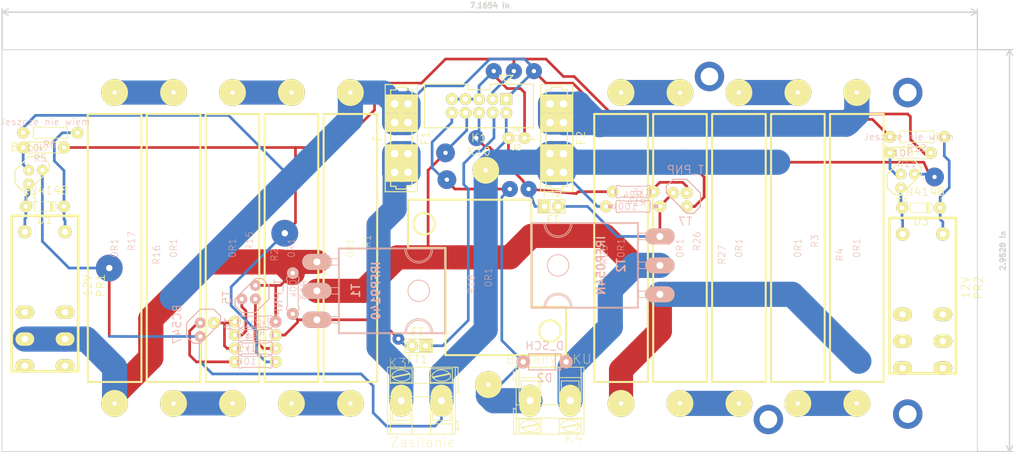
<source format=kicad_pcb>
(kicad_pcb (version 3) (host pcbnew "(2013-jul-07)-stable")

  (general
    (links 81)
    (no_connects 3)
    (area 167.191662 47.925001 364.458333 132.075001)
    (thickness 1.6)
    (drawings 6)
    (tracks 346)
    (zones 0)
    (modules 42)
    (nets 34)
  )

  (page A3)
  (layers
    (15 Gorna signal)
    (0 Dolna signal)
    (16 B.Adhes user)
    (17 F.Adhes user)
    (18 B.Paste user)
    (19 F.Paste user)
    (20 B.SilkS user)
    (21 F.SilkS user)
    (22 B.Mask user)
    (23 F.Mask user)
    (24 Dwgs.User user)
    (25 Cmts.User user)
    (26 Eco1.User user)
    (27 Eco2.User user)
    (28 Edge.Cuts user)
  )

  (setup
    (last_trace_width 4.7)
    (user_trace_width 0.5)
    (user_trace_width 4.5)
    (user_trace_width 4.7)
    (trace_clearance 0.254)
    (zone_clearance 0.508)
    (zone_45_only no)
    (trace_min 0.254)
    (segment_width 0.2)
    (edge_width 0.15)
    (via_size 0.889)
    (via_drill 0.635)
    (via_min_size 0.889)
    (via_min_drill 0.508)
    (user_via 2.2 0.8)
    (user_via 2.5 0.8)
    (user_via 3 0.8)
    (user_via 3.5 0.8)
    (user_via 5 1.2)
    (user_via 5.5 3.3)
    (uvia_size 0.508)
    (uvia_drill 0.127)
    (uvias_allowed no)
    (uvia_min_size 0.508)
    (uvia_min_drill 0.127)
    (pcb_text_width 0.3)
    (pcb_text_size 1 1)
    (mod_edge_width 0.15)
    (mod_text_size 1 1)
    (mod_text_width 0.15)
    (pad_size 2.5 3.5)
    (pad_drill 1.2)
    (pad_to_mask_clearance 0)
    (aux_axis_origin 0 0)
    (visible_elements FFFFFFBF)
    (pcbplotparams
      (layerselection 3178497)
      (usegerberextensions true)
      (excludeedgelayer true)
      (linewidth 0.150000)
      (plotframeref false)
      (viasonmask false)
      (mode 1)
      (useauxorigin false)
      (hpglpennumber 1)
      (hpglpenspeed 20)
      (hpglpendiameter 15)
      (hpglpenoverlay 2)
      (psnegative false)
      (psa4output false)
      (plotreference true)
      (plotvalue true)
      (plotothertext true)
      (plotinvisibletext false)
      (padsonsilk false)
      (subtractmaskfromsilk false)
      (outputformat 1)
      (mirror false)
      (drillshape 1)
      (scaleselection 1)
      (outputdirectory ""))
  )

  (net 0 "")
  (net 1 /+18V)
  (net 2 /CHG)
  (net 3 /DSG)
  (net 4 /I_bat)
  (net 5 /NoDAC)
  (net 6 /U_bat)
  (net 7 AGND)
  (net 8 GND)
  (net 9 N-000001)
  (net 10 N-0000010)
  (net 11 N-0000013)
  (net 12 N-0000015)
  (net 13 N-0000016)
  (net 14 N-0000017)
  (net 15 N-0000018)
  (net 16 N-0000019)
  (net 17 N-000002)
  (net 18 N-0000021)
  (net 19 N-0000022)
  (net 20 N-0000023)
  (net 21 N-0000024)
  (net 22 N-0000025)
  (net 23 N-0000026)
  (net 24 N-0000028)
  (net 25 N-0000029)
  (net 26 N-000003)
  (net 27 N-0000030)
  (net 28 N-0000033)
  (net 29 N-000004)
  (net 30 N-000006)
  (net 31 N-000007)
  (net 32 N-000008)
  (net 33 N-000009)

  (net_class Default "To jest domyślna klasa połączeń."
    (clearance 0.254)
    (trace_width 0.254)
    (via_dia 0.889)
    (via_drill 0.635)
    (uvia_dia 0.508)
    (uvia_drill 0.127)
    (add_net "")
    (add_net /CHG)
    (add_net /DSG)
    (add_net /I_bat)
    (add_net /NoDAC)
    (add_net /U_bat)
    (add_net AGND)
    (add_net N-000001)
    (add_net N-0000010)
    (add_net N-0000013)
    (add_net N-0000015)
    (add_net N-0000016)
    (add_net N-0000017)
    (add_net N-0000018)
    (add_net N-0000019)
    (add_net N-000002)
    (add_net N-0000021)
    (add_net N-0000022)
    (add_net N-0000023)
    (add_net N-0000024)
    (add_net N-0000025)
    (add_net N-0000026)
    (add_net N-0000028)
    (add_net N-0000029)
    (add_net N-000003)
    (add_net N-0000030)
    (add_net N-0000033)
    (add_net N-000004)
    (add_net N-000006)
    (add_net N-000007)
    (add_net N-000008)
    (add_net N-000009)
  )

  (net_class POWER ""
    (clearance 0.5)
    (trace_width 4.5)
    (via_dia 5)
    (via_drill 1.2)
    (uvia_dia 0.508)
    (uvia_drill 0.127)
    (add_net GND)
  )

  (net_class zasilanie ""
    (clearance 0.3)
    (trace_width 0.8)
    (via_dia 2.2)
    (via_drill 0.8)
    (uvia_dia 0.508)
    (uvia_drill 0.127)
    (add_net /+18V)
  )

  (module ELEKTROMECH-PR-S40-DPDT (layer Gorna) (tedit 530901FA) (tstamp 5308C96A)
    (at 179 101 270)
    (path /5140F34F)
    (fp_text reference PR1 (at 0 -10.4 270) (layer F.SilkS)
      (effects (font (size 1.5 1.5) (thickness 0.15)))
    )
    (fp_text value 12V (at 0 -8 270) (layer F.SilkS)
      (effects (font (size 1.5 1.5) (thickness 0.15)))
    )
    (fp_circle (center 15 3.75) (end 14 3.75) (layer F.SilkS) (width 0.1))
    (fp_circle (center 15 -3.75) (end 14 -3.75) (layer F.SilkS) (width 0.1))
    (fp_circle (center 10 3.75) (end 11 3.75) (layer F.SilkS) (width 0.1))
    (fp_circle (center 10 -3.75) (end 11 -3.75) (layer F.SilkS) (width 0.1))
    (fp_circle (center 5 3.75) (end 6 3.75) (layer F.SilkS) (width 0.1))
    (fp_circle (center 5 -3.75) (end 6 -3.75) (layer F.SilkS) (width 0.1))
    (fp_circle (center -10 3.75) (end -9 3.75) (layer F.SilkS) (width 0.1))
    (fp_circle (center -10 -3.75) (end -9 -3.75) (layer F.SilkS) (width 0.1))
    (fp_line (start 16 6.2) (end -13 6.2) (layer F.SilkS) (width 0.5))
    (fp_line (start -13 -6.2) (end 16 -6.2) (layer F.SilkS) (width 0.5))
    (fp_line (start -13 6.2) (end -13 -6.2) (layer F.SilkS) (width 0.5))
    (fp_line (start 16 6.2) (end 16 -6.2) (layer F.SilkS) (width 0.5))
    (pad E1 thru_hole circle (at -10 -3.75 270) (size 2.5 2.5) (drill 1.2)
      (layers *.Cu *.Mask F.SilkS)
      (net 9 N-000001)
    )
    (pad E2 thru_hole circle (at -10 3.75 270) (size 2.5 2.5) (drill 1.2)
      (layers *.Cu *.Mask F.SilkS)
      (net 17 N-000002)
    )
    (pad S1 thru_hole oval (at 10 -3.75 270) (size 2.5 3.5) (drill 1.2)
      (layers *.Cu *.Mask F.SilkS)
      (net 10 N-0000010)
    )
    (pad S1 thru_hole oval (at 10 3.75 270) (size 2.5 3.5) (drill 1.2)
      (layers *.Cu *.Mask F.SilkS)
      (net 10 N-0000010)
    )
    (pad NC1 thru_hole oval (at 5 -3.75 270) (size 2.5 3.5) (drill 1.2)
      (layers *.Cu *.Mask F.SilkS)
    )
    (pad NC2 thru_hole oval (at 5 3.75 270) (size 2.5 3.5) (drill 1.2)
      (layers *.Cu *.Mask F.SilkS)
    )
    (pad NO1 thru_hole oval (at 15 -3.75 270) (size 2.5 3.5) (drill 1.2)
      (layers *.Cu *.Mask F.SilkS)
    )
    (pad NO2 thru_hole oval (at 15 3.75 270) (size 2.5 3.5) (drill 1.2)
      (layers *.Cu *.Mask F.SilkS)
    )
  )

  (module TO-247AC_V_inv (layer Dolna) (tedit 50DD5E11) (tstamp 50F1594E)
    (at 293.75 97.25 270)
    (path /508845AD)
    (fp_text reference T2 (at 0 7.24916 270) (layer B.SilkS)
      (effects (font (size 1.524 1.524) (thickness 0.3048)) (justify mirror))
    )
    (fp_text value IRFP054N (at 0 11 270) (layer B.SilkS)
      (effects (font (size 1.524 1.524) (thickness 0.3048)) (justify mirror))
    )
    (fp_line (start 4.8 4) (end 4.8 0) (layer B.SilkS) (width 0.15))
    (fp_line (start 4.8 0) (end 5 0) (layer B.SilkS) (width 0.15))
    (fp_line (start -0.6 4) (end -0.6 0) (layer B.SilkS) (width 0.15))
    (fp_line (start -0.6 0) (end 0.6 0) (layer B.SilkS) (width 0.15))
    (fp_line (start 0.6 0) (end 0.6 4) (layer B.SilkS) (width 0.15))
    (fp_line (start -4.8 4) (end -4.8 0) (layer B.SilkS) (width 0.15))
    (fp_line (start -4.8 0) (end -6 0) (layer B.SilkS) (width 0.15))
    (fp_arc (start 7.8 19) (end 7.8 16.4) (angle -90) (layer B.SilkS) (width 0.15))
    (fp_arc (start 7.8 19) (end 7.8 16.7) (angle -90) (layer B.SilkS) (width 0.15))
    (fp_arc (start 7.8 19) (end 5.5 19) (angle -90) (layer B.SilkS) (width 0.15))
    (fp_arc (start 7.8 19) (end 5.2 19) (angle -90) (layer B.SilkS) (width 0.15))
    (fp_arc (start -7.8 19) (end -7.7 21.3) (angle -90) (layer B.SilkS) (width 0.15))
    (fp_arc (start -7.8 19) (end -5.5 19) (angle -90) (layer B.SilkS) (width 0.15))
    (fp_arc (start -7.8 19) (end -7.8 21.6) (angle -90) (layer B.SilkS) (width 0.15))
    (fp_arc (start -7.8 19) (end -5.2 19) (angle -90) (layer B.SilkS) (width 0.15))
    (fp_line (start -7.8 4.2) (end 7.8 4.2) (layer B.SilkS) (width 0.15))
    (fp_line (start 7.8 4.2) (end 7.8 23.8) (layer B.SilkS) (width 0.15))
    (fp_line (start 7.8 23.8) (end -7.8 23.8) (layer B.SilkS) (width 0.15))
    (fp_line (start -7.8 23.8) (end -7.8 4.2) (layer B.SilkS) (width 0.15))
    (fp_line (start 8 4) (end 8 24) (layer B.SilkS) (width 0.15))
    (fp_line (start 8 24) (end -8 24) (layer B.SilkS) (width 0.15))
    (fp_line (start -8 24) (end -8 4) (layer B.SilkS) (width 0.15))
    (fp_line (start -8 4) (end 8 4) (layer B.SilkS) (width 0.15))
    (fp_circle (center 0 19) (end 0 17) (layer B.SilkS) (width 0.15))
    (fp_line (start 5 4) (end 6 4) (layer B.SilkS) (width 0.15))
    (fp_line (start 6 4) (end 6 0) (layer B.SilkS) (width 0.15))
    (fp_line (start 6 0) (end 5 0) (layer B.SilkS) (width 0.15))
    (fp_line (start 0.5 4) (end -0.5 4) (layer B.SilkS) (width 0.15))
    (fp_line (start -6 0) (end -6 4) (layer B.SilkS) (width 0.15))
    (fp_line (start -6 4) (end -5 4) (layer B.SilkS) (width 0.15))
    (pad S thru_hole oval (at 5.4 0 270) (size 2.99974 5.4991) (drill 1.30048)
      (layers *.Cu *.Mask B.SilkS)
      (net 27 N-0000030)
    )
    (pad D thru_hole oval (at 0 0 270) (size 2.99974 5.4991) (drill 1.30048)
      (layers *.Cu *.Mask B.SilkS)
      (net 6 /U_bat)
    )
    (pad G thru_hole oval (at -5.4 0 270) (size 2.99974 5.4991) (drill 1.30048)
      (layers *.Cu *.Mask B.SilkS)
      (net 24 N-0000028)
    )
  )

  (module TO-247AC_V_inv (layer Dolna) (tedit 50DD5E11) (tstamp 50F15973)
    (at 229.75 102 90)
    (path /508708B8)
    (fp_text reference T1 (at 0 7.24916 90) (layer B.SilkS)
      (effects (font (size 1.524 1.524) (thickness 0.3048)) (justify mirror))
    )
    (fp_text value IRFP9140 (at 0 11 90) (layer B.SilkS)
      (effects (font (size 1.524 1.524) (thickness 0.3048)) (justify mirror))
    )
    (fp_line (start 4.8 4) (end 4.8 0) (layer B.SilkS) (width 0.15))
    (fp_line (start 4.8 0) (end 5 0) (layer B.SilkS) (width 0.15))
    (fp_line (start -0.6 4) (end -0.6 0) (layer B.SilkS) (width 0.15))
    (fp_line (start -0.6 0) (end 0.6 0) (layer B.SilkS) (width 0.15))
    (fp_line (start 0.6 0) (end 0.6 4) (layer B.SilkS) (width 0.15))
    (fp_line (start -4.8 4) (end -4.8 0) (layer B.SilkS) (width 0.15))
    (fp_line (start -4.8 0) (end -6 0) (layer B.SilkS) (width 0.15))
    (fp_arc (start 7.8 19) (end 7.8 16.4) (angle -90) (layer B.SilkS) (width 0.15))
    (fp_arc (start 7.8 19) (end 7.8 16.7) (angle -90) (layer B.SilkS) (width 0.15))
    (fp_arc (start 7.8 19) (end 5.5 19) (angle -90) (layer B.SilkS) (width 0.15))
    (fp_arc (start 7.8 19) (end 5.2 19) (angle -90) (layer B.SilkS) (width 0.15))
    (fp_arc (start -7.8 19) (end -7.7 21.3) (angle -90) (layer B.SilkS) (width 0.15))
    (fp_arc (start -7.8 19) (end -5.5 19) (angle -90) (layer B.SilkS) (width 0.15))
    (fp_arc (start -7.8 19) (end -7.8 21.6) (angle -90) (layer B.SilkS) (width 0.15))
    (fp_arc (start -7.8 19) (end -5.2 19) (angle -90) (layer B.SilkS) (width 0.15))
    (fp_line (start -7.8 4.2) (end 7.8 4.2) (layer B.SilkS) (width 0.15))
    (fp_line (start 7.8 4.2) (end 7.8 23.8) (layer B.SilkS) (width 0.15))
    (fp_line (start 7.8 23.8) (end -7.8 23.8) (layer B.SilkS) (width 0.15))
    (fp_line (start -7.8 23.8) (end -7.8 4.2) (layer B.SilkS) (width 0.15))
    (fp_line (start 8 4) (end 8 24) (layer B.SilkS) (width 0.15))
    (fp_line (start 8 24) (end -8 24) (layer B.SilkS) (width 0.15))
    (fp_line (start -8 24) (end -8 4) (layer B.SilkS) (width 0.15))
    (fp_line (start -8 4) (end 8 4) (layer B.SilkS) (width 0.15))
    (fp_circle (center 0 19) (end 0 17) (layer B.SilkS) (width 0.15))
    (fp_line (start 5 4) (end 6 4) (layer B.SilkS) (width 0.15))
    (fp_line (start 6 4) (end 6 0) (layer B.SilkS) (width 0.15))
    (fp_line (start 6 0) (end 5 0) (layer B.SilkS) (width 0.15))
    (fp_line (start 0.5 4) (end -0.5 4) (layer B.SilkS) (width 0.15))
    (fp_line (start -6 0) (end -6 4) (layer B.SilkS) (width 0.15))
    (fp_line (start -6 4) (end -5 4) (layer B.SilkS) (width 0.15))
    (pad S thru_hole oval (at 5.4 0 90) (size 2.99974 5.4991) (drill 1.30048)
      (layers *.Cu *.Mask B.SilkS)
      (net 10 N-0000010)
    )
    (pad D thru_hole oval (at 0 0 90) (size 2.99974 5.4991) (drill 1.30048)
      (layers *.Cu *.Mask B.SilkS)
      (net 6 /U_bat)
    )
    (pad G thru_hole oval (at -5.4 0 90) (size 2.99974 5.4991) (drill 1.30048)
      (layers *.Cu *.Mask B.SilkS)
      (net 28 N-0000033)
    )
  )

  (module resistor-25W_17x29 (layer Gorna) (tedit 50D0238D) (tstamp 50F1598F)
    (at 261.75 99.5 90)
    (descr "NEWPORT COMPONENTS 2200 SERIE RM 15.24 MM")
    (tags "NEWPORT COMPONENTS 2200 SERIE RM 15.24 MM")
    (path /508706CA)
    (attr virtual)
    (fp_text reference R18 (at -1.27 -3.175 90) (layer B.SilkS)
      (effects (font (size 1.27 1.27) (thickness 0.0889)))
    )
    (fp_text value 0R1 (at 0 0 90) (layer B.SilkS)
      (effects (font (size 1.27 1.27) (thickness 0.0889)))
    )
    (fp_line (start 14.5 8) (end -5.5 8) (layer F.SilkS) (width 0.381))
    (fp_line (start -5.5 8) (end -5.5 8.5) (layer F.SilkS) (width 0.381))
    (fp_line (start -14.5 -8) (end 5.5 -8) (layer F.SilkS) (width 0.381))
    (fp_line (start 5.5 -8) (end 5.5 -8.5) (layer F.SilkS) (width 0.381))
    (fp_circle (center 10 -12) (end 10 -10) (layer F.SilkS) (width 0.381))
    (fp_circle (center -10 11.5) (end -10 13.5) (layer F.SilkS) (width 0.381))
    (fp_line (start -5.5 8.5) (end -5.5 14.5) (layer F.SilkS) (width 0.381))
    (fp_line (start -5.5 14.5) (end -6 14.5) (layer F.SilkS) (width 0.381))
    (fp_line (start -14.5 8.5) (end -14.5 14.5) (layer F.SilkS) (width 0.381))
    (fp_line (start -14.5 14.5) (end -6 14.5) (layer F.SilkS) (width 0.381))
    (fp_line (start 14.5 -8.5) (end 14.5 -15) (layer F.SilkS) (width 0.381))
    (fp_line (start 14.5 -15) (end 5.5 -15) (layer F.SilkS) (width 0.381))
    (fp_line (start 5.5 -15) (end 5.5 -8.5) (layer F.SilkS) (width 0.381))
    (fp_line (start -14.5 0) (end -14.5 -8) (layer F.SilkS) (width 0.381))
    (fp_line (start 14.5 -8.5) (end 14.5 8) (layer F.SilkS) (width 0.381))
    (fp_line (start -14.5 8.5) (end -14.5 0) (layer F.SilkS) (width 0.381))
    (fp_line (start 14.5 -1.5) (end 18.5 -1.5) (layer Dwgs.User) (width 0.381))
    (fp_line (start 18.5 -1.5) (end 18.5 0.5) (layer Dwgs.User) (width 0.381))
    (fp_line (start 18.5 0.5) (end 14.5 0.5) (layer Dwgs.User) (width 0.381))
    (fp_line (start -18.5 1) (end -14.5 1) (layer Dwgs.User) (width 0.381))
    (fp_line (start -18.5 1) (end -18.5 -1) (layer Dwgs.User) (width 0.381))
    (fp_line (start -18.5 -1) (end -14.5 -1) (layer Dwgs.User) (width 0.381))
    (pad 1 thru_hole circle (at -20 0 90) (size 5 5) (drill 0.8128)
      (layers *.Cu *.Mask F.SilkS)
      (net 4 /I_bat)
    )
    (pad 2 thru_hole circle (at 20 -0.5 90) (size 5 5) (drill 0.8128)
      (layers *.Cu *.Mask F.SilkS)
      (net 8 GND)
    )
  )

  (module resistor-10W_9x49 (layer Gorna) (tedit 50D01DE5) (tstamp 50F159A0)
    (at 203 94 90)
    (descr "NEWPORT COMPONENTS 2200 SERIE RM 15.24 MM")
    (tags "NEWPORT COMPONENTS 2200 SERIE RM 15.24 MM")
    (path /50CF8994)
    (attr virtual)
    (fp_text reference R16 (at -1.27 -3.175 90) (layer B.SilkS)
      (effects (font (size 1.27 1.27) (thickness 0.0889)))
    )
    (fp_text value 0R1 (at 0 0 90) (layer B.SilkS)
      (effects (font (size 1.27 1.27) (thickness 0.0889)))
    )
    (fp_line (start 25 -1) (end 29 -1) (layer Dwgs.User) (width 0.381))
    (fp_line (start 29 -1) (end 29 1) (layer Dwgs.User) (width 0.381))
    (fp_line (start 29 1) (end 25 1) (layer Dwgs.User) (width 0.381))
    (fp_line (start -29 1) (end -25 1) (layer Dwgs.User) (width 0.381))
    (fp_line (start -29 1) (end -29 -1) (layer Dwgs.User) (width 0.381))
    (fp_line (start -29 -1) (end -25 -1) (layer Dwgs.User) (width 0.381))
    (fp_line (start -25 0) (end -25 -5) (layer F.SilkS) (width 0.381))
    (fp_line (start -25 -5) (end 25 -5) (layer F.SilkS) (width 0.381))
    (fp_line (start 25 -5) (end 25 5) (layer F.SilkS) (width 0.381))
    (fp_line (start 25 5) (end -25 5) (layer F.SilkS) (width 0.381))
    (fp_line (start -25 5) (end -25 0) (layer F.SilkS) (width 0.381))
    (pad 1 thru_hole circle (at -29 0 90) (size 5 5) (drill 0.8128)
      (layers *.Cu *.Mask F.SilkS)
      (net 18 N-0000021)
    )
    (pad 2 thru_hole circle (at 29 0 90) (size 5 5) (drill 0.8128)
      (layers *.Cu *.Mask F.SilkS)
      (net 20 N-0000023)
    )
  )

  (module resistor-10W_9x49 (layer Gorna) (tedit 50D01DE5) (tstamp 50F159B1)
    (at 286.5 94 90)
    (descr "NEWPORT COMPONENTS 2200 SERIE RM 15.24 MM")
    (tags "NEWPORT COMPONENTS 2200 SERIE RM 15.24 MM")
    (path /50CF894A)
    (attr virtual)
    (fp_text reference R25 (at -1.27 -3.175 90) (layer B.SilkS)
      (effects (font (size 1.27 1.27) (thickness 0.0889)))
    )
    (fp_text value 0R1 (at 0 0 90) (layer B.SilkS)
      (effects (font (size 1.27 1.27) (thickness 0.0889)))
    )
    (fp_line (start 25 -1) (end 29 -1) (layer Dwgs.User) (width 0.381))
    (fp_line (start 29 -1) (end 29 1) (layer Dwgs.User) (width 0.381))
    (fp_line (start 29 1) (end 25 1) (layer Dwgs.User) (width 0.381))
    (fp_line (start -29 1) (end -25 1) (layer Dwgs.User) (width 0.381))
    (fp_line (start -29 1) (end -29 -1) (layer Dwgs.User) (width 0.381))
    (fp_line (start -29 -1) (end -25 -1) (layer Dwgs.User) (width 0.381))
    (fp_line (start -25 0) (end -25 -5) (layer F.SilkS) (width 0.381))
    (fp_line (start -25 -5) (end 25 -5) (layer F.SilkS) (width 0.381))
    (fp_line (start 25 -5) (end 25 5) (layer F.SilkS) (width 0.381))
    (fp_line (start 25 5) (end -25 5) (layer F.SilkS) (width 0.381))
    (fp_line (start -25 5) (end -25 0) (layer F.SilkS) (width 0.381))
    (pad 1 thru_hole circle (at -29 0 90) (size 5 5) (drill 0.8128)
      (layers *.Cu *.Mask F.SilkS)
      (net 27 N-0000030)
    )
    (pad 2 thru_hole circle (at 29 0 90) (size 5 5) (drill 0.8128)
      (layers *.Cu *.Mask F.SilkS)
      (net 19 N-0000022)
    )
  )

  (module resistor-10W_9x49 (layer Gorna) (tedit 50D01DE5) (tstamp 50F159C2)
    (at 297.5 94 270)
    (descr "NEWPORT COMPONENTS 2200 SERIE RM 15.24 MM")
    (tags "NEWPORT COMPONENTS 2200 SERIE RM 15.24 MM")
    (path /50CF8948)
    (attr virtual)
    (fp_text reference R26 (at -1.27 -3.175 270) (layer B.SilkS)
      (effects (font (size 1.27 1.27) (thickness 0.0889)))
    )
    (fp_text value 0R1 (at 0 0 270) (layer B.SilkS)
      (effects (font (size 1.27 1.27) (thickness 0.0889)))
    )
    (fp_line (start 25 -1) (end 29 -1) (layer Dwgs.User) (width 0.381))
    (fp_line (start 29 -1) (end 29 1) (layer Dwgs.User) (width 0.381))
    (fp_line (start 29 1) (end 25 1) (layer Dwgs.User) (width 0.381))
    (fp_line (start -29 1) (end -25 1) (layer Dwgs.User) (width 0.381))
    (fp_line (start -29 1) (end -29 -1) (layer Dwgs.User) (width 0.381))
    (fp_line (start -29 -1) (end -25 -1) (layer Dwgs.User) (width 0.381))
    (fp_line (start -25 0) (end -25 -5) (layer F.SilkS) (width 0.381))
    (fp_line (start -25 -5) (end 25 -5) (layer F.SilkS) (width 0.381))
    (fp_line (start 25 -5) (end 25 5) (layer F.SilkS) (width 0.381))
    (fp_line (start 25 5) (end -25 5) (layer F.SilkS) (width 0.381))
    (fp_line (start -25 5) (end -25 0) (layer F.SilkS) (width 0.381))
    (pad 1 thru_hole circle (at -29 0 270) (size 5 5) (drill 0.8128)
      (layers *.Cu *.Mask F.SilkS)
      (net 19 N-0000022)
    )
    (pad 2 thru_hole circle (at 29 0 270) (size 5 5) (drill 0.8128)
      (layers *.Cu *.Mask F.SilkS)
      (net 21 N-0000024)
    )
  )

  (module resistor-10W_9x49 (layer Gorna) (tedit 50D01DE5) (tstamp 50F159D3)
    (at 192 94 270)
    (descr "NEWPORT COMPONENTS 2200 SERIE RM 15.24 MM")
    (tags "NEWPORT COMPONENTS 2200 SERIE RM 15.24 MM")
    (path /50CCD43F)
    (attr virtual)
    (fp_text reference R17 (at -1.27 -3.175 270) (layer B.SilkS)
      (effects (font (size 1.27 1.27) (thickness 0.0889)))
    )
    (fp_text value 0R1 (at 0 0 270) (layer B.SilkS)
      (effects (font (size 1.27 1.27) (thickness 0.0889)))
    )
    (fp_line (start 25 -1) (end 29 -1) (layer Dwgs.User) (width 0.381))
    (fp_line (start 29 -1) (end 29 1) (layer Dwgs.User) (width 0.381))
    (fp_line (start 29 1) (end 25 1) (layer Dwgs.User) (width 0.381))
    (fp_line (start -29 1) (end -25 1) (layer Dwgs.User) (width 0.381))
    (fp_line (start -29 1) (end -29 -1) (layer Dwgs.User) (width 0.381))
    (fp_line (start -29 -1) (end -25 -1) (layer Dwgs.User) (width 0.381))
    (fp_line (start -25 0) (end -25 -5) (layer F.SilkS) (width 0.381))
    (fp_line (start -25 -5) (end 25 -5) (layer F.SilkS) (width 0.381))
    (fp_line (start 25 -5) (end 25 5) (layer F.SilkS) (width 0.381))
    (fp_line (start 25 5) (end -25 5) (layer F.SilkS) (width 0.381))
    (fp_line (start -25 5) (end -25 0) (layer F.SilkS) (width 0.381))
    (pad 1 thru_hole circle (at -29 0 270) (size 5 5) (drill 0.8128)
      (layers *.Cu *.Mask F.SilkS)
      (net 20 N-0000023)
    )
    (pad 2 thru_hole circle (at 29 0 270) (size 5 5) (drill 0.8128)
      (layers *.Cu *.Mask F.SilkS)
      (net 10 N-0000010)
    )
  )

  (module resistor-10W_9x49 (layer Gorna) (tedit 50D01DE5) (tstamp 50F159E4)
    (at 308.5 94 90)
    (descr "NEWPORT COMPONENTS 2200 SERIE RM 15.24 MM")
    (tags "NEWPORT COMPONENTS 2200 SERIE RM 15.24 MM")
    (path /50CCD307)
    (attr virtual)
    (fp_text reference R27 (at -1.27 -3.175 90) (layer B.SilkS)
      (effects (font (size 1.27 1.27) (thickness 0.0889)))
    )
    (fp_text value 0R1 (at 0 0 90) (layer B.SilkS)
      (effects (font (size 1.27 1.27) (thickness 0.0889)))
    )
    (fp_line (start 25 -1) (end 29 -1) (layer Dwgs.User) (width 0.381))
    (fp_line (start 29 -1) (end 29 1) (layer Dwgs.User) (width 0.381))
    (fp_line (start 29 1) (end 25 1) (layer Dwgs.User) (width 0.381))
    (fp_line (start -29 1) (end -25 1) (layer Dwgs.User) (width 0.381))
    (fp_line (start -29 1) (end -29 -1) (layer Dwgs.User) (width 0.381))
    (fp_line (start -29 -1) (end -25 -1) (layer Dwgs.User) (width 0.381))
    (fp_line (start -25 0) (end -25 -5) (layer F.SilkS) (width 0.381))
    (fp_line (start -25 -5) (end 25 -5) (layer F.SilkS) (width 0.381))
    (fp_line (start 25 -5) (end 25 5) (layer F.SilkS) (width 0.381))
    (fp_line (start 25 5) (end -25 5) (layer F.SilkS) (width 0.381))
    (fp_line (start -25 5) (end -25 0) (layer F.SilkS) (width 0.381))
    (pad 1 thru_hole circle (at -29 0 90) (size 5 5) (drill 0.8128)
      (layers *.Cu *.Mask F.SilkS)
      (net 21 N-0000024)
    )
    (pad 2 thru_hole circle (at 29 0 90) (size 5 5) (drill 0.8128)
      (layers *.Cu *.Mask F.SilkS)
      (net 22 N-0000025)
    )
  )

  (module resistor-10W_9x49 (layer Gorna) (tedit 50D01DE5) (tstamp 50F159F5)
    (at 214 94 270)
    (descr "NEWPORT COMPONENTS 2200 SERIE RM 15.24 MM")
    (tags "NEWPORT COMPONENTS 2200 SERIE RM 15.24 MM")
    (path /50CF899D)
    (attr virtual)
    (fp_text reference R15 (at -1.27 -3.175 270) (layer B.SilkS)
      (effects (font (size 1.27 1.27) (thickness 0.0889)))
    )
    (fp_text value 0R1 (at 0 0 270) (layer B.SilkS)
      (effects (font (size 1.27 1.27) (thickness 0.0889)))
    )
    (fp_line (start 25 -1) (end 29 -1) (layer Dwgs.User) (width 0.381))
    (fp_line (start 29 -1) (end 29 1) (layer Dwgs.User) (width 0.381))
    (fp_line (start 29 1) (end 25 1) (layer Dwgs.User) (width 0.381))
    (fp_line (start -29 1) (end -25 1) (layer Dwgs.User) (width 0.381))
    (fp_line (start -29 1) (end -29 -1) (layer Dwgs.User) (width 0.381))
    (fp_line (start -29 -1) (end -25 -1) (layer Dwgs.User) (width 0.381))
    (fp_line (start -25 0) (end -25 -5) (layer F.SilkS) (width 0.381))
    (fp_line (start -25 -5) (end 25 -5) (layer F.SilkS) (width 0.381))
    (fp_line (start 25 -5) (end 25 5) (layer F.SilkS) (width 0.381))
    (fp_line (start 25 5) (end -25 5) (layer F.SilkS) (width 0.381))
    (fp_line (start -25 5) (end -25 0) (layer F.SilkS) (width 0.381))
    (pad 1 thru_hole circle (at -29 0 270) (size 5 5) (drill 0.8128)
      (layers *.Cu *.Mask F.SilkS)
      (net 15 N-0000018)
    )
    (pad 2 thru_hole circle (at 29 0 270) (size 5 5) (drill 0.8128)
      (layers *.Cu *.Mask F.SilkS)
      (net 18 N-0000021)
    )
  )

  (module resistor-10W_9x49 (layer Gorna) (tedit 50D01DE5) (tstamp 50F15A06)
    (at 330.5 94 90)
    (descr "NEWPORT COMPONENTS 2200 SERIE RM 15.24 MM")
    (tags "NEWPORT COMPONENTS 2200 SERIE RM 15.24 MM")
    (path /50EDE01B)
    (attr virtual)
    (fp_text reference R4 (at -1.27 -3.175 90) (layer B.SilkS)
      (effects (font (size 1.27 1.27) (thickness 0.0889)))
    )
    (fp_text value 0R1 (at 0 0 90) (layer B.SilkS)
      (effects (font (size 1.27 1.27) (thickness 0.0889)))
    )
    (fp_line (start 25 -1) (end 29 -1) (layer Dwgs.User) (width 0.381))
    (fp_line (start 29 -1) (end 29 1) (layer Dwgs.User) (width 0.381))
    (fp_line (start 29 1) (end 25 1) (layer Dwgs.User) (width 0.381))
    (fp_line (start -29 1) (end -25 1) (layer Dwgs.User) (width 0.381))
    (fp_line (start -29 1) (end -29 -1) (layer Dwgs.User) (width 0.381))
    (fp_line (start -29 -1) (end -25 -1) (layer Dwgs.User) (width 0.381))
    (fp_line (start -25 0) (end -25 -5) (layer F.SilkS) (width 0.381))
    (fp_line (start -25 -5) (end 25 -5) (layer F.SilkS) (width 0.381))
    (fp_line (start 25 -5) (end 25 5) (layer F.SilkS) (width 0.381))
    (fp_line (start 25 5) (end -25 5) (layer F.SilkS) (width 0.381))
    (fp_line (start -25 5) (end -25 0) (layer F.SilkS) (width 0.381))
    (pad 1 thru_hole circle (at -29 0 90) (size 5 5) (drill 0.8128)
      (layers *.Cu *.Mask F.SilkS)
      (net 14 N-0000017)
    )
    (pad 2 thru_hole circle (at 29 0 90) (size 5 5) (drill 0.8128)
      (layers *.Cu *.Mask F.SilkS)
      (net 25 N-0000029)
    )
  )

  (module resistor-10W_9x49 (layer Gorna) (tedit 50D01DE5) (tstamp 50F15A17)
    (at 319.5 94 270)
    (descr "NEWPORT COMPONENTS 2200 SERIE RM 15.24 MM")
    (tags "NEWPORT COMPONENTS 2200 SERIE RM 15.24 MM")
    (path /50EDE013)
    (attr virtual)
    (fp_text reference R3 (at -1.27 -3.175 270) (layer B.SilkS)
      (effects (font (size 1.27 1.27) (thickness 0.0889)))
    )
    (fp_text value 0R1 (at 0 0 270) (layer B.SilkS)
      (effects (font (size 1.27 1.27) (thickness 0.0889)))
    )
    (fp_line (start 25 -1) (end 29 -1) (layer Dwgs.User) (width 0.381))
    (fp_line (start 29 -1) (end 29 1) (layer Dwgs.User) (width 0.381))
    (fp_line (start 29 1) (end 25 1) (layer Dwgs.User) (width 0.381))
    (fp_line (start -29 1) (end -25 1) (layer Dwgs.User) (width 0.381))
    (fp_line (start -29 1) (end -29 -1) (layer Dwgs.User) (width 0.381))
    (fp_line (start -29 -1) (end -25 -1) (layer Dwgs.User) (width 0.381))
    (fp_line (start -25 0) (end -25 -5) (layer F.SilkS) (width 0.381))
    (fp_line (start -25 -5) (end 25 -5) (layer F.SilkS) (width 0.381))
    (fp_line (start 25 -5) (end 25 5) (layer F.SilkS) (width 0.381))
    (fp_line (start 25 5) (end -25 5) (layer F.SilkS) (width 0.381))
    (fp_line (start -25 5) (end -25 0) (layer F.SilkS) (width 0.381))
    (pad 1 thru_hole circle (at -29 0 270) (size 5 5) (drill 0.8128)
      (layers *.Cu *.Mask F.SilkS)
      (net 22 N-0000025)
    )
    (pad 2 thru_hole circle (at 29 0 270) (size 5 5) (drill 0.8128)
      (layers *.Cu *.Mask F.SilkS)
      (net 14 N-0000017)
    )
  )

  (module resistor-10W_9x49 (layer Gorna) (tedit 50D01DE5) (tstamp 50F15A28)
    (at 236 94 270)
    (descr "NEWPORT COMPONENTS 2200 SERIE RM 15.24 MM")
    (tags "NEWPORT COMPONENTS 2200 SERIE RM 15.24 MM")
    (path /50EDDEFD)
    (attr virtual)
    (fp_text reference R1 (at -1.27 -3.175 270) (layer F.SilkS)
      (effects (font (size 1.27 1.27) (thickness 0.0889)))
    )
    (fp_text value 0R1 (at 0 0 270) (layer F.SilkS)
      (effects (font (size 1.27 1.27) (thickness 0.0889)))
    )
    (fp_line (start 25 -1) (end 29 -1) (layer Dwgs.User) (width 0.381))
    (fp_line (start 29 -1) (end 29 1) (layer Dwgs.User) (width 0.381))
    (fp_line (start 29 1) (end 25 1) (layer Dwgs.User) (width 0.381))
    (fp_line (start -29 1) (end -25 1) (layer Dwgs.User) (width 0.381))
    (fp_line (start -29 1) (end -29 -1) (layer Dwgs.User) (width 0.381))
    (fp_line (start -29 -1) (end -25 -1) (layer Dwgs.User) (width 0.381))
    (fp_line (start -25 0) (end -25 -5) (layer F.SilkS) (width 0.381))
    (fp_line (start -25 -5) (end 25 -5) (layer F.SilkS) (width 0.381))
    (fp_line (start 25 -5) (end 25 5) (layer F.SilkS) (width 0.381))
    (fp_line (start 25 5) (end -25 5) (layer F.SilkS) (width 0.381))
    (fp_line (start -25 5) (end -25 0) (layer F.SilkS) (width 0.381))
    (pad 1 thru_hole circle (at -29 0 270) (size 5 5) (drill 0.8128)
      (layers *.Cu *.Mask F.SilkS)
      (net 1 /+18V)
    )
    (pad 2 thru_hole circle (at 29 0 270) (size 5 5) (drill 0.8128)
      (layers *.Cu *.Mask F.SilkS)
      (net 16 N-0000019)
    )
  )

  (module resistor-10W_9x49 (layer Gorna) (tedit 50D01DE5) (tstamp 50F15A39)
    (at 225 94 90)
    (descr "NEWPORT COMPONENTS 2200 SERIE RM 15.24 MM")
    (tags "NEWPORT COMPONENTS 2200 SERIE RM 15.24 MM")
    (path /50EDDEF5)
    (attr virtual)
    (fp_text reference R2 (at -1.27 -3.175 90) (layer B.SilkS)
      (effects (font (size 1.27 1.27) (thickness 0.0889)))
    )
    (fp_text value 0R1 (at 0 0 90) (layer B.SilkS)
      (effects (font (size 1.27 1.27) (thickness 0.0889)))
    )
    (fp_line (start 25 -1) (end 29 -1) (layer Dwgs.User) (width 0.381))
    (fp_line (start 29 -1) (end 29 1) (layer Dwgs.User) (width 0.381))
    (fp_line (start 29 1) (end 25 1) (layer Dwgs.User) (width 0.381))
    (fp_line (start -29 1) (end -25 1) (layer Dwgs.User) (width 0.381))
    (fp_line (start -29 1) (end -29 -1) (layer Dwgs.User) (width 0.381))
    (fp_line (start -29 -1) (end -25 -1) (layer Dwgs.User) (width 0.381))
    (fp_line (start -25 0) (end -25 -5) (layer F.SilkS) (width 0.381))
    (fp_line (start -25 -5) (end 25 -5) (layer F.SilkS) (width 0.381))
    (fp_line (start 25 -5) (end 25 5) (layer F.SilkS) (width 0.381))
    (fp_line (start 25 5) (end -25 5) (layer F.SilkS) (width 0.381))
    (fp_line (start -25 5) (end -25 0) (layer F.SilkS) (width 0.381))
    (pad 1 thru_hole circle (at -29 0 90) (size 5 5) (drill 0.8128)
      (layers *.Cu *.Mask F.SilkS)
      (net 16 N-0000019)
    )
    (pad 2 thru_hole circle (at 29 0 90) (size 5 5) (drill 0.8128)
      (layers *.Cu *.Mask F.SilkS)
      (net 15 N-0000018)
    )
  )

  (module resistor-0207/7 (layer Dolna) (tedit 200000) (tstamp 50F15A59)
    (at 225.25 102.5 90)
    (descr RESISTOR)
    (tags RESISTOR)
    (path /508708CE)
    (attr virtual)
    (fp_text reference R13 (at 0.635 2.032 90) (layer B.SilkS)
      (effects (font (size 1.27 1.27) (thickness 0.0889)) (justify mirror))
    )
    (fp_text value 100k (at 1.524 0.0762 90) (layer B.SilkS)
      (effects (font (size 1.27 1.27) (thickness 0.0889)) (justify mirror))
    )
    (fp_line (start -3.429 -0.3048) (end -3.175 -0.3048) (layer B.SilkS) (width 0.06604))
    (fp_line (start -3.175 -0.3048) (end -3.175 0.3048) (layer B.SilkS) (width 0.06604))
    (fp_line (start -3.429 0.3048) (end -3.175 0.3048) (layer B.SilkS) (width 0.06604))
    (fp_line (start -3.429 -0.3048) (end -3.429 0.3048) (layer B.SilkS) (width 0.06604))
    (fp_line (start 3.175 -0.3048) (end 3.429 -0.3048) (layer B.SilkS) (width 0.06604))
    (fp_line (start 3.429 -0.3048) (end 3.429 0.3048) (layer B.SilkS) (width 0.06604))
    (fp_line (start 3.175 0.3048) (end 3.429 0.3048) (layer B.SilkS) (width 0.06604))
    (fp_line (start 3.175 -0.3048) (end 3.175 0.3048) (layer B.SilkS) (width 0.06604))
    (fp_line (start -3.81 0) (end -3.429 0) (layer B.SilkS) (width 0.6096))
    (fp_line (start -3.175 -0.889) (end -3.175 0.889) (layer B.SilkS) (width 0.1524))
    (fp_line (start -2.921 1.143) (end -2.54 1.143) (layer B.SilkS) (width 0.1524))
    (fp_line (start -2.413 1.016) (end -2.54 1.143) (layer B.SilkS) (width 0.1524))
    (fp_line (start -2.921 -1.143) (end -2.54 -1.143) (layer B.SilkS) (width 0.1524))
    (fp_line (start -2.413 -1.016) (end -2.54 -1.143) (layer B.SilkS) (width 0.1524))
    (fp_line (start 2.413 1.016) (end 2.54 1.143) (layer B.SilkS) (width 0.1524))
    (fp_line (start 2.413 1.016) (end -2.413 1.016) (layer B.SilkS) (width 0.1524))
    (fp_line (start 2.413 -1.016) (end 2.54 -1.143) (layer B.SilkS) (width 0.1524))
    (fp_line (start 2.413 -1.016) (end -2.413 -1.016) (layer B.SilkS) (width 0.1524))
    (fp_line (start 2.921 1.143) (end 2.54 1.143) (layer B.SilkS) (width 0.1524))
    (fp_line (start 2.921 -1.143) (end 2.54 -1.143) (layer B.SilkS) (width 0.1524))
    (fp_line (start 3.175 -0.889) (end 3.175 0.889) (layer B.SilkS) (width 0.1524))
    (fp_line (start 3.429 0) (end 3.81 0) (layer B.SilkS) (width 0.6096))
    (fp_arc (start -2.921 0.889) (end -3.175 0.889) (angle -90) (layer B.SilkS) (width 0.1524))
    (fp_arc (start -2.921 -0.889) (end -2.921 -1.143) (angle -90) (layer B.SilkS) (width 0.1524))
    (fp_arc (start 2.921 -0.889) (end 3.175 -0.889) (angle -90) (layer B.SilkS) (width 0.1524))
    (fp_arc (start 2.921 0.889) (end 2.921 1.143) (angle -90) (layer B.SilkS) (width 0.1524))
    (pad 1 thru_hole circle (at -3.81 0 90) (size 2.2 2.2) (drill 0.8128)
      (layers *.Cu B.Paste B.SilkS B.Mask)
      (net 28 N-0000033)
    )
    (pad 2 thru_hole circle (at 3.81 0 90) (size 2.2 2.2) (drill 0.8128)
      (layers *.Cu B.Paste B.SilkS B.Mask)
      (net 10 N-0000010)
    )
  )

  (module resistor-0207/10 (layer Dolna) (tedit 5308A016) (tstamp 50F15A79)
    (at 288.75 86.25 180)
    (descr RESISTOR)
    (tags RESISTOR)
    (path /508845E4)
    (attr virtual)
    (fp_text reference R24 (at 0.127 2.159 180) (layer B.SilkS)
      (effects (font (size 1.27 1.27) (thickness 0.0889)) (justify mirror))
    )
    (fp_text value 100k (at 1.5494 0 180) (layer B.SilkS)
      (effects (font (size 1.27 1.27) (thickness 0.0889)) (justify mirror))
    )
    (fp_line (start 3.175 -0.3048) (end 4.0386 -0.3048) (layer B.SilkS) (width 0.06604))
    (fp_line (start 4.0386 -0.3048) (end 4.0386 0.3048) (layer B.SilkS) (width 0.06604))
    (fp_line (start 3.175 0.3048) (end 4.0386 0.3048) (layer B.SilkS) (width 0.06604))
    (fp_line (start 3.175 -0.3048) (end 3.175 0.3048) (layer B.SilkS) (width 0.06604))
    (fp_line (start -4.0386 -0.3048) (end -3.175 -0.3048) (layer B.SilkS) (width 0.06604))
    (fp_line (start -3.175 -0.3048) (end -3.175 0.3048) (layer B.SilkS) (width 0.06604))
    (fp_line (start -4.0386 0.3048) (end -3.175 0.3048) (layer B.SilkS) (width 0.06604))
    (fp_line (start -4.0386 -0.3048) (end -4.0386 0.3048) (layer B.SilkS) (width 0.06604))
    (fp_line (start 5.08 0) (end 4.064 0) (layer B.SilkS) (width 0.6096))
    (fp_line (start -5.08 0) (end -4.064 0) (layer B.SilkS) (width 0.6096))
    (fp_line (start -3.175 -0.889) (end -3.175 0.889) (layer B.SilkS) (width 0.1524))
    (fp_line (start -2.921 1.143) (end -2.54 1.143) (layer B.SilkS) (width 0.1524))
    (fp_line (start -2.413 1.016) (end -2.54 1.143) (layer B.SilkS) (width 0.1524))
    (fp_line (start -2.921 -1.143) (end -2.54 -1.143) (layer B.SilkS) (width 0.1524))
    (fp_line (start -2.413 -1.016) (end -2.54 -1.143) (layer B.SilkS) (width 0.1524))
    (fp_line (start 2.413 1.016) (end 2.54 1.143) (layer B.SilkS) (width 0.1524))
    (fp_line (start 2.413 1.016) (end -2.413 1.016) (layer B.SilkS) (width 0.1524))
    (fp_line (start 2.413 -1.016) (end 2.54 -1.143) (layer B.SilkS) (width 0.1524))
    (fp_line (start 2.413 -1.016) (end -2.413 -1.016) (layer B.SilkS) (width 0.1524))
    (fp_line (start 2.921 1.143) (end 2.54 1.143) (layer B.SilkS) (width 0.1524))
    (fp_line (start 2.921 -1.143) (end 2.54 -1.143) (layer B.SilkS) (width 0.1524))
    (fp_line (start 3.175 -0.889) (end 3.175 0.889) (layer B.SilkS) (width 0.1524))
    (fp_arc (start -2.921 0.889) (end -3.175 0.889) (angle -90) (layer B.SilkS) (width 0.1524))
    (fp_arc (start -2.921 -0.889) (end -2.921 -1.143) (angle -90) (layer B.SilkS) (width 0.1524))
    (fp_arc (start 2.921 -0.889) (end 3.175 -0.889) (angle -90) (layer B.SilkS) (width 0.1524))
    (fp_arc (start 2.921 0.889) (end 2.921 1.143) (angle -90) (layer B.SilkS) (width 0.1524))
    (pad 1 thru_hole circle (at -5.08 0 180) (size 2.2 2.2) (drill 0.8128)
      (layers *.Cu F.Paste F.SilkS F.Mask)
      (net 24 N-0000028)
    )
    (pad 2 thru_hole circle (at 5.08 0 180) (size 2.2 2.2) (drill 0.8128)
      (layers *.Cu F.Paste F.SilkS F.Mask)
      (net 8 GND)
    )
  )

  (module PIN-2-I (layer Gorna) (tedit 4D64F5D4) (tstamp 50F15AA3)
    (at 248.75 112.25 180)
    (descr "Connecteurs 2 pins")
    (tags "CONN DEV")
    (path /50871450)
    (fp_text reference FT1 (at 0.254 -2.54 180) (layer F.SilkS)
      (effects (font (size 1.524 1.524) (thickness 0.1524)))
    )
    (fp_text value FT (at 0.254 2.54 180) (layer F.SilkS)
      (effects (font (size 1.524 1.524) (thickness 0.1524)))
    )
    (fp_line (start -2.54 1.27) (end -2.54 -1.27) (layer F.SilkS) (width 0.2032))
    (fp_line (start -2.54 -1.27) (end 2.54 -1.27) (layer F.SilkS) (width 0.2032))
    (fp_line (start 2.54 -1.27) (end 2.54 1.27) (layer F.SilkS) (width 0.2032))
    (fp_line (start 2.54 1.27) (end -2.54 1.27) (layer F.SilkS) (width 0.2032))
    (pad 1 thru_hole rect (at -1.27 0 180) (size 2.19964 2.19964) (drill 1.016)
      (layers *.Cu *.Mask F.SilkS)
      (net 2 /CHG)
    )
    (pad 2 thru_hole circle (at 1.27 0 180) (size 2.19964 2.19964) (drill 1.016)
      (layers *.Cu *.Mask F.SilkS)
      (net 28 N-0000033)
    )
    (model pin_array/pins_array_2x1.wrl
      (at (xyz 0 0 0))
      (scale (xyz 1 1 1))
      (rotate (xyz 0 0 0))
    )
  )

  (module PIN-2-I (layer Gorna) (tedit 4D64F5D4) (tstamp 50F15AAD)
    (at 273.5 86.25)
    (descr "Connecteurs 2 pins")
    (tags "CONN DEV")
    (path /5088E9F4)
    (fp_text reference FT2 (at 0.254 -2.54) (layer F.SilkS)
      (effects (font (size 1.524 1.524) (thickness 0.1524)))
    )
    (fp_text value FT (at 0.254 2.54) (layer F.SilkS)
      (effects (font (size 1.524 1.524) (thickness 0.1524)))
    )
    (fp_line (start -2.54 1.27) (end -2.54 -1.27) (layer F.SilkS) (width 0.2032))
    (fp_line (start -2.54 -1.27) (end 2.54 -1.27) (layer F.SilkS) (width 0.2032))
    (fp_line (start 2.54 -1.27) (end 2.54 1.27) (layer F.SilkS) (width 0.2032))
    (fp_line (start 2.54 1.27) (end -2.54 1.27) (layer F.SilkS) (width 0.2032))
    (pad 1 thru_hole rect (at -1.27 0) (size 2.19964 2.19964) (drill 1.016)
      (layers *.Cu *.Mask F.SilkS)
      (net 3 /DSG)
    )
    (pad 2 thru_hole circle (at 1.27 0) (size 2.19964 2.19964) (drill 1.016)
      (layers *.Cu *.Mask F.SilkS)
      (net 24 N-0000028)
    )
    (model pin_array/pins_array_2x1.wrl
      (at (xyz 0 0 0))
      (scale (xyz 1 1 1))
      (rotate (xyz 0 0 0))
    )
  )

  (module IDE-V-10 (layer Gorna) (tedit 4CFE4230) (tstamp 50F15AC6)
    (at 260 67.5 180)
    (path /50EDE500)
    (attr virtual)
    (fp_text reference K1 (at 0 -5.969 180) (layer F.SilkS)
      (effects (font (size 1.524 1.524) (thickness 0.1524)))
    )
    (fp_text value K10 (at 0 -8.509 180) (layer F.SilkS)
      (effects (font (size 1.524 1.524) (thickness 0.1524)))
    )
    (fp_line (start 10.16 4.064) (end 10.16 -4.064) (layer F.SilkS) (width 0.2032))
    (fp_line (start -10.16 -4.064) (end -10.16 4.064) (layer F.SilkS) (width 0.2032))
    (fp_line (start -10.16 -4.064) (end 10.16 -4.064) (layer F.SilkS) (width 0.2032))
    (fp_line (start 2.032 4.064) (end 2.032 3.048) (layer F.SilkS) (width 0.2032))
    (fp_line (start 2.032 3.048) (end -2.032 3.048) (layer F.SilkS) (width 0.2032))
    (fp_line (start -2.032 4.064) (end -2.032 3.048) (layer F.SilkS) (width 0.2032))
    (fp_line (start 10.16 4.064) (end 2.032 4.064) (layer F.SilkS) (width 0.2032))
    (fp_line (start -10.16 4.064) (end -2.032 4.064) (layer F.SilkS) (width 0.2032))
    (fp_line (start -5.08 4.445) (end -6.35 5.715) (layer F.SilkS) (width 0.2032))
    (fp_line (start -6.35 5.715) (end -3.81 5.715) (layer F.SilkS) (width 0.2032))
    (fp_line (start -3.81 5.715) (end -5.08 4.445) (layer F.SilkS) (width 0.2032))
    (pad 1 thru_hole rect (at -5.08 1.27 180) (size 2.19964 2.19964) (drill 1.016)
      (layers *.Cu F.Paste F.SilkS F.Mask)
      (net 1 /+18V)
    )
    (pad 2 thru_hole circle (at -5.08 -1.27 180) (size 2.19964 2.19964) (drill 1.016)
      (layers *.Cu F.Paste F.SilkS F.Mask)
      (net 8 GND)
    )
    (pad 3 thru_hole circle (at -2.54 1.27 180) (size 2.19964 2.19964) (drill 1.016)
      (layers *.Cu F.Paste F.SilkS F.Mask)
      (net 5 /NoDAC)
    )
    (pad 4 thru_hole circle (at -2.54 -1.27 180) (size 2.19964 2.19964) (drill 1.016)
      (layers *.Cu F.Paste F.SilkS F.Mask)
      (net 2 /CHG)
    )
    (pad 5 thru_hole circle (at 0 1.27 180) (size 2.19964 2.19964) (drill 1.016)
      (layers *.Cu F.Paste F.SilkS F.Mask)
      (net 7 AGND)
    )
    (pad 6 thru_hole circle (at 0 -1.27 180) (size 2.19964 2.19964) (drill 1.016)
      (layers *.Cu F.Paste F.SilkS F.Mask)
      (net 3 /DSG)
    )
    (pad 7 thru_hole circle (at 2.54 1.27 180) (size 2.19964 2.19964) (drill 1.016)
      (layers *.Cu F.Paste F.SilkS F.Mask)
      (net 7 AGND)
    )
    (pad 8 thru_hole circle (at 2.54 -1.27 180) (size 2.19964 2.19964) (drill 1.016)
      (layers *.Cu F.Paste F.SilkS F.Mask)
      (net 6 /U_bat)
    )
    (pad 9 thru_hole circle (at 5.08 1.27 180) (size 2.19964 2.19964) (drill 1.016)
      (layers *.Cu F.Paste F.SilkS F.Mask)
      (net 7 AGND)
    )
    (pad 10 thru_hole circle (at 5.08 -1.27 180) (size 2.19964 2.19964) (drill 1.016)
      (layers *.Cu F.Paste F.SilkS F.Mask)
      (net 4 /I_bat)
    )
  )

  (module BEZP-19MM-AMFGN (layer Gorna) (tedit 50072C27) (tstamp 50F15AE2)
    (at 274.5 73.5 270)
    (path /508845B8)
    (fp_text reference F2 (at 0 -4.50088 270) (layer F.SilkS)
      (effects (font (size 1.50114 1.50114) (thickness 0.14986)))
    )
    (fp_text value F (at 0 4.50088 270) (layer F.SilkS)
      (effects (font (size 1.50114 1.50114) (thickness 0.14986)))
    )
    (fp_line (start 8.99922 -1.99898) (end 8.99922 -1.00076) (layer F.SilkS) (width 0.20066))
    (fp_line (start 8.99922 -1.00076) (end 9.4996 -1.00076) (layer F.SilkS) (width 0.20066))
    (fp_line (start 9.4996 -1.00076) (end 9.4996 1.00076) (layer F.SilkS) (width 0.20066))
    (fp_line (start 9.4996 1.00076) (end 8.99922 1.00076) (layer F.SilkS) (width 0.20066))
    (fp_line (start 8.99922 1.00076) (end 8.99922 1.99898) (layer F.SilkS) (width 0.20066))
    (fp_line (start -8.99922 -1.99898) (end -8.99922 -1.00076) (layer F.SilkS) (width 0.20066))
    (fp_line (start -8.99922 -1.00076) (end -9.4996 -1.00076) (layer F.SilkS) (width 0.20066))
    (fp_line (start -9.4996 -1.00076) (end -9.4996 1.00076) (layer F.SilkS) (width 0.20066))
    (fp_line (start -9.4996 1.00076) (end -8.99922 1.00076) (layer F.SilkS) (width 0.20066))
    (fp_line (start -8.99922 1.00076) (end -8.99922 1.99898) (layer F.SilkS) (width 0.20066))
    (fp_line (start -8.99922 -1.99898) (end 8.99922 -1.99898) (layer F.SilkS) (width 0.20066))
    (fp_line (start 8.99922 1.99898) (end -8.99922 1.99898) (layer F.SilkS) (width 0.20066))
    (fp_line (start -9.99998 -2.99974) (end 9.99998 -2.99974) (layer F.SilkS) (width 0.20066))
    (fp_line (start 9.99998 -2.99974) (end 9.99998 2.99974) (layer F.SilkS) (width 0.20066))
    (fp_line (start 9.99998 2.99974) (end -9.99998 2.99974) (layer F.SilkS) (width 0.20066))
    (fp_line (start -9.99998 2.99974) (end -9.99998 -2.99974) (layer F.SilkS) (width 0.20066))
    (pad 2 thru_hole rect (at 2.90068 1.24968 270) (size 3.50012 3.50012) (drill 1.39954)
      (layers *.Cu *.Mask F.SilkS)
      (net 8 GND)
    )
    (pad 2 thru_hole rect (at 2.90068 -1.24968 270) (size 3.50012 3.50012) (drill 1.39954)
      (layers *.Cu *.Mask F.SilkS)
      (net 8 GND)
    )
    (pad 2 thru_hole rect (at 6.4008 1.24968 270) (size 3.50012 3.50012) (drill 1.39954)
      (layers *.Cu *.Mask F.SilkS)
      (net 8 GND)
    )
    (pad 2 thru_hole rect (at 6.4008 -1.24968 270) (size 3.50012 3.50012) (drill 1.39954)
      (layers *.Cu *.Mask F.SilkS)
      (net 8 GND)
    )
    (pad 1 thru_hole rect (at -2.90068 -1.24968 270) (size 3.50012 3.50012) (drill 1.39954)
      (layers *.Cu *.Mask F.SilkS)
      (net 25 N-0000029)
    )
    (pad 1 thru_hole rect (at -2.90068 1.24968 270) (size 3.50012 3.50012) (drill 1.39954)
      (layers *.Cu *.Mask F.SilkS)
      (net 25 N-0000029)
    )
    (pad 1 thru_hole rect (at -6.4008 1.24968 270) (size 3.50012 3.50012) (drill 1.39954)
      (layers *.Cu *.Mask F.SilkS)
      (net 25 N-0000029)
    )
    (pad 1 thru_hole trapezoid (at -6.4008 -1.24968 270) (size 3.50012 3.50012) (drill 1.39954)
      (layers *.Cu *.Mask F.SilkS)
      (net 25 N-0000029)
    )
  )

  (module BEZP-19MM-AMFGN (layer Gorna) (tedit 50072C27) (tstamp 50F15B1A)
    (at 245.5 73.5 270)
    (path /50A5650A)
    (fp_text reference F1 (at 0 -4.50088 270) (layer F.SilkS)
      (effects (font (size 1.50114 1.50114) (thickness 0.14986)))
    )
    (fp_text value F (at 0 4.50088 270) (layer F.SilkS)
      (effects (font (size 1.50114 1.50114) (thickness 0.14986)))
    )
    (fp_line (start 8.99922 -1.99898) (end 8.99922 -1.00076) (layer F.SilkS) (width 0.20066))
    (fp_line (start 8.99922 -1.00076) (end 9.4996 -1.00076) (layer F.SilkS) (width 0.20066))
    (fp_line (start 9.4996 -1.00076) (end 9.4996 1.00076) (layer F.SilkS) (width 0.20066))
    (fp_line (start 9.4996 1.00076) (end 8.99922 1.00076) (layer F.SilkS) (width 0.20066))
    (fp_line (start 8.99922 1.00076) (end 8.99922 1.99898) (layer F.SilkS) (width 0.20066))
    (fp_line (start -8.99922 -1.99898) (end -8.99922 -1.00076) (layer F.SilkS) (width 0.20066))
    (fp_line (start -8.99922 -1.00076) (end -9.4996 -1.00076) (layer F.SilkS) (width 0.20066))
    (fp_line (start -9.4996 -1.00076) (end -9.4996 1.00076) (layer F.SilkS) (width 0.20066))
    (fp_line (start -9.4996 1.00076) (end -8.99922 1.00076) (layer F.SilkS) (width 0.20066))
    (fp_line (start -8.99922 1.00076) (end -8.99922 1.99898) (layer F.SilkS) (width 0.20066))
    (fp_line (start -8.99922 -1.99898) (end 8.99922 -1.99898) (layer F.SilkS) (width 0.20066))
    (fp_line (start 8.99922 1.99898) (end -8.99922 1.99898) (layer F.SilkS) (width 0.20066))
    (fp_line (start -9.99998 -2.99974) (end 9.99998 -2.99974) (layer F.SilkS) (width 0.20066))
    (fp_line (start 9.99998 -2.99974) (end 9.99998 2.99974) (layer F.SilkS) (width 0.20066))
    (fp_line (start 9.99998 2.99974) (end -9.99998 2.99974) (layer F.SilkS) (width 0.20066))
    (fp_line (start -9.99998 2.99974) (end -9.99998 -2.99974) (layer F.SilkS) (width 0.20066))
    (pad 2 thru_hole rect (at 2.90068 1.24968 270) (size 3.50012 3.50012) (drill 1.39954)
      (layers *.Cu *.Mask F.SilkS)
      (net 23 N-0000026)
    )
    (pad 2 thru_hole rect (at 2.90068 -1.24968 270) (size 3.50012 3.50012) (drill 1.39954)
      (layers *.Cu *.Mask F.SilkS)
      (net 23 N-0000026)
    )
    (pad 2 thru_hole rect (at 6.4008 1.24968 270) (size 3.50012 3.50012) (drill 1.39954)
      (layers *.Cu *.Mask F.SilkS)
      (net 23 N-0000026)
    )
    (pad 2 thru_hole rect (at 6.4008 -1.24968 270) (size 3.50012 3.50012) (drill 1.39954)
      (layers *.Cu *.Mask F.SilkS)
      (net 23 N-0000026)
    )
    (pad 1 thru_hole rect (at -2.90068 -1.24968 270) (size 3.50012 3.50012) (drill 1.39954)
      (layers *.Cu *.Mask F.SilkS)
      (net 1 /+18V)
    )
    (pad 1 thru_hole rect (at -2.90068 1.24968 270) (size 3.50012 3.50012) (drill 1.39954)
      (layers *.Cu *.Mask F.SilkS)
      (net 1 /+18V)
    )
    (pad 1 thru_hole rect (at -6.4008 1.24968 270) (size 3.50012 3.50012) (drill 1.39954)
      (layers *.Cu *.Mask F.SilkS)
      (net 1 /+18V)
    )
    (pad 1 thru_hole trapezoid (at -6.4008 -1.24968 270) (size 3.50012 3.50012) (drill 1.39954)
      (layers *.Cu *.Mask F.SilkS)
      (net 1 /+18V)
    )
  )

  (module ark500-2 (layer Gorna) (tedit 4FD06E20) (tstamp 50F15B6D)
    (at 273.25 122.5 180)
    (descr CONNECTOR)
    (tags CONNECTOR)
    (path /50D02758)
    (attr virtual)
    (fp_text reference K4 (at -4.445 -6.985 180) (layer F.SilkS)
      (effects (font (size 1.778 1.778) (thickness 0.0889)))
    )
    (fp_text value "Badany AKU" (at 0.254 7.747 180) (layer F.SilkS)
      (effects (font (size 1.778 1.778) (thickness 0.0889)))
    )
    (fp_line (start -6.25094 -3.2512) (end 6.25094 -3.2512) (layer F.SilkS) (width 0.1524))
    (fp_line (start 6.74878 -6.25094) (end -6.25094 -6.25094) (layer F.SilkS) (width 0.1524))
    (fp_line (start -6.25094 6.25094) (end -5.75056 6.25094) (layer F.SilkS) (width 0.1524))
    (fp_line (start -5.75056 6.25094) (end -1.75006 6.25094) (layer F.SilkS) (width 0.1524))
    (fp_line (start -1.75006 6.25094) (end 1.75006 6.25094) (layer F.SilkS) (width 0.1524))
    (fp_line (start 1.75006 6.25094) (end 5.75056 6.25094) (layer F.SilkS) (width 0.1524))
    (fp_line (start 5.75056 6.25094) (end 6.25094 6.25094) (layer F.SilkS) (width 0.1524))
    (fp_line (start -6.25094 -0.7493) (end 6.25094 -0.7493) (layer F.SilkS) (width 0.1524))
    (fp_line (start -5.03682 2.54) (end -2.49682 2.54) (layer F.SilkS) (width 0.1524))
    (fp_line (start -2.49682 2.54) (end -2.49682 -0.254) (layer F.SilkS) (width 0.1524))
    (fp_line (start -5.03682 -0.254) (end -2.49682 -0.254) (layer F.SilkS) (width 0.1524))
    (fp_line (start -5.03682 2.54) (end -5.03682 -0.254) (layer F.SilkS) (width 0.1524))
    (fp_line (start 2.46888 2.54) (end 5.00888 2.54) (layer F.SilkS) (width 0.1524))
    (fp_line (start 5.00888 2.54) (end 5.00888 -0.254) (layer F.SilkS) (width 0.1524))
    (fp_line (start 2.46888 -0.254) (end 5.00888 -0.254) (layer F.SilkS) (width 0.1524))
    (fp_line (start 2.46888 2.54) (end 2.46888 -0.254) (layer F.SilkS) (width 0.1524))
    (fp_line (start 6.32968 -6.223) (end 6.32968 -3.175) (layer F.SilkS) (width 0.1524))
    (fp_line (start 6.32968 -6.223) (end 6.83768 -6.223) (layer F.SilkS) (width 0.1524))
    (fp_line (start 6.83768 -6.223) (end 6.83768 -1.397) (layer F.SilkS) (width 0.1524))
    (fp_line (start 6.83768 -1.397) (end 6.32968 -1.651) (layer F.SilkS) (width 0.1524))
    (fp_line (start 6.83768 5.461) (end 6.32968 5.207) (layer F.SilkS) (width 0.1524))
    (fp_line (start 6.32968 5.207) (end 6.32968 6.223) (layer F.SilkS) (width 0.1524))
    (fp_line (start 6.83768 3.81) (end 6.32968 4.064) (layer F.SilkS) (width 0.1524))
    (fp_line (start 6.32968 4.064) (end 6.32968 5.207) (layer F.SilkS) (width 0.1524))
    (fp_line (start 6.83768 3.81) (end 6.83768 5.461) (layer F.SilkS) (width 0.1524))
    (fp_line (start 1.70688 6.223) (end 1.70688 4.318) (layer F.SilkS) (width 0.1524))
    (fp_line (start 5.77088 -0.254) (end 5.77088 4.318) (layer F.SilkS) (width 0.1524))
    (fp_line (start -1.73482 6.223) (end -1.73482 4.318) (layer F.SilkS) (width 0.1524))
    (fp_line (start -5.79882 -0.254) (end -5.79882 4.318) (layer F.SilkS) (width 0.1524))
    (fp_line (start 1.70688 4.318) (end 5.77088 4.318) (layer F.SilkS) (width 0.1524))
    (fp_line (start 1.70688 4.318) (end 1.70688 -0.254) (layer F.SilkS) (width 0.1524))
    (fp_line (start 5.77088 4.318) (end 5.77088 6.223) (layer F.SilkS) (width 0.1524))
    (fp_line (start -1.73482 4.318) (end -5.79882 4.318) (layer F.SilkS) (width 0.1524))
    (fp_line (start -1.73482 4.318) (end -1.73482 -0.254) (layer F.SilkS) (width 0.1524))
    (fp_line (start -5.79882 4.318) (end -5.79882 6.223) (layer F.SilkS) (width 0.1524))
    (fp_line (start 5.38988 3.683) (end 5.38988 0.508) (layer F.SilkS) (width 0.1524))
    (fp_line (start 5.38988 3.683) (end 2.08788 3.683) (layer F.SilkS) (width 0.1524))
    (fp_line (start 2.08788 3.683) (end 2.08788 0.508) (layer F.SilkS) (width 0.1524))
    (fp_line (start -2.11582 3.683) (end -2.11582 0.508) (layer F.SilkS) (width 0.1524))
    (fp_line (start -2.11582 3.683) (end -5.41782 3.683) (layer F.SilkS) (width 0.1524))
    (fp_line (start -5.41782 3.683) (end -5.41782 0.508) (layer F.SilkS) (width 0.1524))
    (fp_line (start -5.41782 0.508) (end -5.03682 0.508) (layer F.SilkS) (width 0.1524))
    (fp_line (start -2.11582 0.508) (end -2.49682 0.508) (layer F.SilkS) (width 0.1524))
    (fp_line (start 2.08788 0.508) (end 2.46888 0.508) (layer F.SilkS) (width 0.1524))
    (fp_line (start 5.38988 0.508) (end 5.00888 0.508) (layer F.SilkS) (width 0.1524))
    (fp_line (start -6.33222 6.223) (end -6.33222 -0.635) (layer F.SilkS) (width 0.1524))
    (fp_line (start -6.33222 -0.635) (end -6.33222 -3.175) (layer F.SilkS) (width 0.1524))
    (fp_line (start 6.32968 -1.651) (end 6.32968 -0.635) (layer F.SilkS) (width 0.1524))
    (fp_line (start 6.32968 -0.635) (end 6.32968 4.064) (layer F.SilkS) (width 0.1524))
    (fp_line (start -6.33222 -3.175) (end -6.33222 -6.223) (layer F.SilkS) (width 0.1524))
    (fp_line (start 6.32968 -3.175) (end 6.32968 -1.651) (layer F.SilkS) (width 0.1524))
    (fp_line (start 1.70688 -3.429) (end 1.70688 -5.969) (layer F.SilkS) (width 0.1524))
    (fp_line (start 1.70688 -5.969) (end 5.77088 -5.969) (layer F.SilkS) (width 0.1524))
    (fp_line (start 5.77088 -5.969) (end 5.77088 -3.429) (layer F.SilkS) (width 0.1524))
    (fp_line (start 5.77088 -3.429) (end 1.70688 -3.429) (layer F.SilkS) (width 0.1524))
    (fp_line (start -1.73482 -3.429) (end -1.73482 -5.969) (layer F.SilkS) (width 0.1524))
    (fp_line (start -1.73482 -3.429) (end -5.79882 -3.429) (layer F.SilkS) (width 0.1524))
    (fp_line (start -5.79882 -3.429) (end -5.79882 -5.969) (layer F.SilkS) (width 0.1524))
    (fp_line (start -1.73482 -5.969) (end -5.79882 -5.969) (layer F.SilkS) (width 0.1524))
    (fp_line (start 2.11328 -4.445) (end 5.16128 -5.08) (layer F.SilkS) (width 0.1524))
    (fp_line (start 2.24028 -4.318) (end 5.28828 -4.953) (layer F.SilkS) (width 0.1524))
    (fp_line (start -5.39242 -4.445) (end -2.34188 -5.08) (layer F.SilkS) (width 0.1524))
    (fp_line (start -5.26542 -4.318) (end -2.21742 -4.953) (layer F.SilkS) (width 0.1524))
    (fp_line (start -5.79882 -0.254) (end -5.41782 -0.254) (layer F.SilkS) (width 0.1524))
    (fp_line (start -1.73482 -0.254) (end -2.11582 -0.254) (layer F.SilkS) (width 0.1524))
    (fp_line (start -2.11582 -0.254) (end -5.41782 -0.254) (layer F.SilkS) (width 0.1524))
    (fp_line (start 5.77088 -0.254) (end 5.38988 -0.254) (layer F.SilkS) (width 0.1524))
    (fp_line (start 1.70688 -0.254) (end 2.08788 -0.254) (layer F.SilkS) (width 0.1524))
    (fp_line (start 2.08788 -0.254) (end 5.38988 -0.254) (layer F.SilkS) (width 0.1524))
    (fp_arc (start 4.75488 -4.59486) (end 5.26034 -5.05206) (angle 90.5) (layer F.SilkS) (width 0.1524))
    (fp_arc (start 3.78968 -6.0706) (end 5.25272 -4.11734) (angle 75.5) (layer F.SilkS) (width 0.1524))
    (fp_arc (start 3.71094 -3.7084) (end 2.11328 -5.0038) (angle 100) (layer F.SilkS) (width 0.1524))
    (fp_arc (start 2.59588 -4.64566) (end 2.30632 -4.1275) (angle 104.2) (layer F.SilkS) (width 0.1524))
    (fp_arc (start -2.75082 -4.59486) (end -2.24282 -5.05206) (angle 90.5) (layer F.SilkS) (width 0.1524))
    (fp_arc (start -3.71348 -6.0706) (end -2.25044 -4.11734) (angle 75.5) (layer F.SilkS) (width 0.1524))
    (fp_arc (start -3.78968 -3.7084) (end -5.39242 -5.0038) (angle 100) (layer F.SilkS) (width 0.1524))
    (fp_arc (start -4.90982 -4.64566) (end -5.19684 -4.1275) (angle 104.2) (layer F.SilkS) (width 0.1524))
    (pad 1 thru_hole oval (at -3.74904 0 180) (size 3.98018 5.96138) (drill 1.3208)
      (layers *.Cu F.Paste F.SilkS F.Mask)
      (net 6 /U_bat)
    )
    (pad 2 thru_hole oval (at 3.73888 0 180) (size 3.98018 5.96138) (drill 1.3208)
      (layers *.Cu F.Paste F.SilkS F.Mask)
      (net 4 /I_bat)
    )
  )

  (module ark500-2 (layer Gorna) (tedit 4FD06E20) (tstamp 50F15BC0)
    (at 249.25 122.5)
    (descr CONNECTOR)
    (tags CONNECTOR)
    (path /50A55F51)
    (attr virtual)
    (fp_text reference K3 (at -4.445 -6.985) (layer F.SilkS)
      (effects (font (size 1.778 1.778) (thickness 0.0889)))
    )
    (fp_text value Zasilanie (at 0.254 7.747) (layer F.SilkS)
      (effects (font (size 1.778 1.778) (thickness 0.0889)))
    )
    (fp_line (start -6.25094 -3.2512) (end 6.25094 -3.2512) (layer F.SilkS) (width 0.1524))
    (fp_line (start 6.74878 -6.25094) (end -6.25094 -6.25094) (layer F.SilkS) (width 0.1524))
    (fp_line (start -6.25094 6.25094) (end -5.75056 6.25094) (layer F.SilkS) (width 0.1524))
    (fp_line (start -5.75056 6.25094) (end -1.75006 6.25094) (layer F.SilkS) (width 0.1524))
    (fp_line (start -1.75006 6.25094) (end 1.75006 6.25094) (layer F.SilkS) (width 0.1524))
    (fp_line (start 1.75006 6.25094) (end 5.75056 6.25094) (layer F.SilkS) (width 0.1524))
    (fp_line (start 5.75056 6.25094) (end 6.25094 6.25094) (layer F.SilkS) (width 0.1524))
    (fp_line (start -6.25094 -0.7493) (end 6.25094 -0.7493) (layer F.SilkS) (width 0.1524))
    (fp_line (start -5.03682 2.54) (end -2.49682 2.54) (layer F.SilkS) (width 0.1524))
    (fp_line (start -2.49682 2.54) (end -2.49682 -0.254) (layer F.SilkS) (width 0.1524))
    (fp_line (start -5.03682 -0.254) (end -2.49682 -0.254) (layer F.SilkS) (width 0.1524))
    (fp_line (start -5.03682 2.54) (end -5.03682 -0.254) (layer F.SilkS) (width 0.1524))
    (fp_line (start 2.46888 2.54) (end 5.00888 2.54) (layer F.SilkS) (width 0.1524))
    (fp_line (start 5.00888 2.54) (end 5.00888 -0.254) (layer F.SilkS) (width 0.1524))
    (fp_line (start 2.46888 -0.254) (end 5.00888 -0.254) (layer F.SilkS) (width 0.1524))
    (fp_line (start 2.46888 2.54) (end 2.46888 -0.254) (layer F.SilkS) (width 0.1524))
    (fp_line (start 6.32968 -6.223) (end 6.32968 -3.175) (layer F.SilkS) (width 0.1524))
    (fp_line (start 6.32968 -6.223) (end 6.83768 -6.223) (layer F.SilkS) (width 0.1524))
    (fp_line (start 6.83768 -6.223) (end 6.83768 -1.397) (layer F.SilkS) (width 0.1524))
    (fp_line (start 6.83768 -1.397) (end 6.32968 -1.651) (layer F.SilkS) (width 0.1524))
    (fp_line (start 6.83768 5.461) (end 6.32968 5.207) (layer F.SilkS) (width 0.1524))
    (fp_line (start 6.32968 5.207) (end 6.32968 6.223) (layer F.SilkS) (width 0.1524))
    (fp_line (start 6.83768 3.81) (end 6.32968 4.064) (layer F.SilkS) (width 0.1524))
    (fp_line (start 6.32968 4.064) (end 6.32968 5.207) (layer F.SilkS) (width 0.1524))
    (fp_line (start 6.83768 3.81) (end 6.83768 5.461) (layer F.SilkS) (width 0.1524))
    (fp_line (start 1.70688 6.223) (end 1.70688 4.318) (layer F.SilkS) (width 0.1524))
    (fp_line (start 5.77088 -0.254) (end 5.77088 4.318) (layer F.SilkS) (width 0.1524))
    (fp_line (start -1.73482 6.223) (end -1.73482 4.318) (layer F.SilkS) (width 0.1524))
    (fp_line (start -5.79882 -0.254) (end -5.79882 4.318) (layer F.SilkS) (width 0.1524))
    (fp_line (start 1.70688 4.318) (end 5.77088 4.318) (layer F.SilkS) (width 0.1524))
    (fp_line (start 1.70688 4.318) (end 1.70688 -0.254) (layer F.SilkS) (width 0.1524))
    (fp_line (start 5.77088 4.318) (end 5.77088 6.223) (layer F.SilkS) (width 0.1524))
    (fp_line (start -1.73482 4.318) (end -5.79882 4.318) (layer F.SilkS) (width 0.1524))
    (fp_line (start -1.73482 4.318) (end -1.73482 -0.254) (layer F.SilkS) (width 0.1524))
    (fp_line (start -5.79882 4.318) (end -5.79882 6.223) (layer F.SilkS) (width 0.1524))
    (fp_line (start 5.38988 3.683) (end 5.38988 0.508) (layer F.SilkS) (width 0.1524))
    (fp_line (start 5.38988 3.683) (end 2.08788 3.683) (layer F.SilkS) (width 0.1524))
    (fp_line (start 2.08788 3.683) (end 2.08788 0.508) (layer F.SilkS) (width 0.1524))
    (fp_line (start -2.11582 3.683) (end -2.11582 0.508) (layer F.SilkS) (width 0.1524))
    (fp_line (start -2.11582 3.683) (end -5.41782 3.683) (layer F.SilkS) (width 0.1524))
    (fp_line (start -5.41782 3.683) (end -5.41782 0.508) (layer F.SilkS) (width 0.1524))
    (fp_line (start -5.41782 0.508) (end -5.03682 0.508) (layer F.SilkS) (width 0.1524))
    (fp_line (start -2.11582 0.508) (end -2.49682 0.508) (layer F.SilkS) (width 0.1524))
    (fp_line (start 2.08788 0.508) (end 2.46888 0.508) (layer F.SilkS) (width 0.1524))
    (fp_line (start 5.38988 0.508) (end 5.00888 0.508) (layer F.SilkS) (width 0.1524))
    (fp_line (start -6.33222 6.223) (end -6.33222 -0.635) (layer F.SilkS) (width 0.1524))
    (fp_line (start -6.33222 -0.635) (end -6.33222 -3.175) (layer F.SilkS) (width 0.1524))
    (fp_line (start 6.32968 -1.651) (end 6.32968 -0.635) (layer F.SilkS) (width 0.1524))
    (fp_line (start 6.32968 -0.635) (end 6.32968 4.064) (layer F.SilkS) (width 0.1524))
    (fp_line (start -6.33222 -3.175) (end -6.33222 -6.223) (layer F.SilkS) (width 0.1524))
    (fp_line (start 6.32968 -3.175) (end 6.32968 -1.651) (layer F.SilkS) (width 0.1524))
    (fp_line (start 1.70688 -3.429) (end 1.70688 -5.969) (layer F.SilkS) (width 0.1524))
    (fp_line (start 1.70688 -5.969) (end 5.77088 -5.969) (layer F.SilkS) (width 0.1524))
    (fp_line (start 5.77088 -5.969) (end 5.77088 -3.429) (layer F.SilkS) (width 0.1524))
    (fp_line (start 5.77088 -3.429) (end 1.70688 -3.429) (layer F.SilkS) (width 0.1524))
    (fp_line (start -1.73482 -3.429) (end -1.73482 -5.969) (layer F.SilkS) (width 0.1524))
    (fp_line (start -1.73482 -3.429) (end -5.79882 -3.429) (layer F.SilkS) (width 0.1524))
    (fp_line (start -5.79882 -3.429) (end -5.79882 -5.969) (layer F.SilkS) (width 0.1524))
    (fp_line (start -1.73482 -5.969) (end -5.79882 -5.969) (layer F.SilkS) (width 0.1524))
    (fp_line (start 2.11328 -4.445) (end 5.16128 -5.08) (layer F.SilkS) (width 0.1524))
    (fp_line (start 2.24028 -4.318) (end 5.28828 -4.953) (layer F.SilkS) (width 0.1524))
    (fp_line (start -5.39242 -4.445) (end -2.34188 -5.08) (layer F.SilkS) (width 0.1524))
    (fp_line (start -5.26542 -4.318) (end -2.21742 -4.953) (layer F.SilkS) (width 0.1524))
    (fp_line (start -5.79882 -0.254) (end -5.41782 -0.254) (layer F.SilkS) (width 0.1524))
    (fp_line (start -1.73482 -0.254) (end -2.11582 -0.254) (layer F.SilkS) (width 0.1524))
    (fp_line (start -2.11582 -0.254) (end -5.41782 -0.254) (layer F.SilkS) (width 0.1524))
    (fp_line (start 5.77088 -0.254) (end 5.38988 -0.254) (layer F.SilkS) (width 0.1524))
    (fp_line (start 1.70688 -0.254) (end 2.08788 -0.254) (layer F.SilkS) (width 0.1524))
    (fp_line (start 2.08788 -0.254) (end 5.38988 -0.254) (layer F.SilkS) (width 0.1524))
    (fp_arc (start 4.75488 -4.59486) (end 5.26034 -5.05206) (angle 90.5) (layer F.SilkS) (width 0.1524))
    (fp_arc (start 3.78968 -6.0706) (end 5.25272 -4.11734) (angle 75.5) (layer F.SilkS) (width 0.1524))
    (fp_arc (start 3.71094 -3.7084) (end 2.11328 -5.0038) (angle 100) (layer F.SilkS) (width 0.1524))
    (fp_arc (start 2.59588 -4.64566) (end 2.30632 -4.1275) (angle 104.2) (layer F.SilkS) (width 0.1524))
    (fp_arc (start -2.75082 -4.59486) (end -2.24282 -5.05206) (angle 90.5) (layer F.SilkS) (width 0.1524))
    (fp_arc (start -3.71348 -6.0706) (end -2.25044 -4.11734) (angle 75.5) (layer F.SilkS) (width 0.1524))
    (fp_arc (start -3.78968 -3.7084) (end -5.39242 -5.0038) (angle 100) (layer F.SilkS) (width 0.1524))
    (fp_arc (start -4.90982 -4.64566) (end -5.19684 -4.1275) (angle 104.2) (layer F.SilkS) (width 0.1524))
    (pad 1 thru_hole oval (at -3.74904 0) (size 3.98018 5.96138) (drill 1.3208)
      (layers *.Cu F.Paste F.SilkS F.Mask)
      (net 23 N-0000026)
    )
    (pad 2 thru_hole oval (at 3.73888 0) (size 3.98018 5.96138) (drill 1.3208)
      (layers *.Cu F.Paste F.SilkS F.Mask)
      (net 8 GND)
    )
  )

  (module bridge_3mm (layer Gorna) (tedit 53089FFD) (tstamp 50F15A99)
    (at 267 73.5 180)
    (path /50EDE60D)
    (fp_text reference J1 (at 0 1.75 180) (layer F.SilkS)
      (effects (font (size 1 1) (thickness 0.15)))
    )
    (fp_text value J2 (at 0 -1.75 180) (layer F.SilkS)
      (effects (font (size 1 1) (thickness 0.15)))
    )
    (fp_line (start 1.5 0.5) (end -1.5 0.5) (layer F.SilkS) (width 0.15))
    (fp_line (start -1.5 -0.5) (end 1.5 -0.5) (layer F.SilkS) (width 0.15))
    (fp_line (start 1.5 -0.5) (end 1.5 0.5) (layer F.SilkS) (width 0.15))
    (fp_line (start -1.5 0.5) (end -1.5 -0.5) (layer F.SilkS) (width 0.15))
    (pad 1 thru_hole circle (at -1.5 0 180) (size 2.2 2.2) (drill 0.8128)
      (layers *.Cu F.Paste F.SilkS F.Mask)
      (net 7 AGND)
    )
    (pad 2 thru_hole circle (at 1.5 0 180) (size 2.2 2.2) (drill 0.8128)
      (layers *.Cu F.Paste F.SilkS F.Mask)
      (net 8 GND)
    )
  )

  (module TO-92-B (layer Gorna) (tedit 4D9DF402) (tstamp 530875CE)
    (at 340 81.5)
    (descr "Transistor TO92 brochage type BC237")
    (tags TO-92)
    (path /5140F65D)
    (fp_text reference T6 (at -1.016 4.064) (layer F.SilkS)
      (effects (font (size 1.524 1.524) (thickness 0.1524)))
    )
    (fp_text value BC547 (at -1.016 -5.588) (layer F.SilkS)
      (effects (font (size 1.524 1.524) (thickness 0.1524)))
    )
    (fp_line (start -1.27 2.54) (end 2.54 -1.27) (layer F.SilkS) (width 0.2032))
    (fp_line (start 2.54 -1.27) (end 2.54 -2.54) (layer F.SilkS) (width 0.2032))
    (fp_line (start 2.54 -2.54) (end 1.27 -3.81) (layer F.SilkS) (width 0.2032))
    (fp_line (start 1.27 -3.81) (end -1.27 -3.81) (layer F.SilkS) (width 0.2032))
    (fp_line (start -1.27 -3.81) (end -3.81 -1.27) (layer F.SilkS) (width 0.2032))
    (fp_line (start -3.81 -1.27) (end -3.81 1.27) (layer F.SilkS) (width 0.2032))
    (fp_line (start -3.81 1.27) (end -2.54 2.54) (layer F.SilkS) (width 0.2032))
    (fp_line (start -2.54 2.54) (end -1.27 2.54) (layer F.SilkS) (width 0.2032))
    (pad E thru_hole circle (at 1.27 -1.27) (size 1.99898 1.99898) (drill 0.8128)
      (layers *.Cu *.Mask F.SilkS)
      (net 8 GND)
    )
    (pad B thru_hole circle (at -1.27 -1.27) (size 1.99898 1.99898) (drill 0.8128)
      (layers *.Cu *.Mask F.SilkS)
      (net 31 N-000007)
    )
    (pad C thru_hole circle (at -1.27 1.27) (size 1.99898 1.99898) (drill 0.8128)
      (layers *.Cu *.Mask F.SilkS)
      (net 26 N-000003)
    )
    (model discret/to98.wrl
      (at (xyz 0 0 0))
      (scale (xyz 1 1 1))
      (rotate (xyz 0 0 0))
    )
  )

  (module TO-92-B (layer Dolna) (tedit 5308A024) (tstamp 530875DD)
    (at 297.5 85 180)
    (descr "Transistor TO92 brochage type BC237")
    (tags TO-92)
    (path /5148E13B)
    (fp_text reference T7 (at -1.016 -4.064 180) (layer B.SilkS)
      (effects (font (size 1.524 1.524) (thickness 0.1524)) (justify mirror))
    )
    (fp_text value T_PNP (at -1.016 5.588 180) (layer B.SilkS)
      (effects (font (size 1.524 1.524) (thickness 0.1524)) (justify mirror))
    )
    (fp_line (start -1.27 -2.54) (end 2.54 1.27) (layer B.SilkS) (width 0.2032))
    (fp_line (start 2.54 1.27) (end 2.54 2.54) (layer B.SilkS) (width 0.2032))
    (fp_line (start 2.54 2.54) (end 1.27 3.81) (layer B.SilkS) (width 0.2032))
    (fp_line (start 1.27 3.81) (end -1.27 3.81) (layer B.SilkS) (width 0.2032))
    (fp_line (start -1.27 3.81) (end -3.81 1.27) (layer B.SilkS) (width 0.2032))
    (fp_line (start -3.81 1.27) (end -3.81 -1.27) (layer B.SilkS) (width 0.2032))
    (fp_line (start -3.81 -1.27) (end -2.54 -2.54) (layer B.SilkS) (width 0.2032))
    (fp_line (start -2.54 -2.54) (end -1.27 -2.54) (layer B.SilkS) (width 0.2032))
    (pad E thru_hole circle (at 1.27 1.27 180) (size 2.2 2.2) (drill 0.8128)
      (layers *.Cu F.Paste F.SilkS F.Mask)
      (net 24 N-0000028)
    )
    (pad B thru_hole circle (at -1.27 1.27 180) (size 2.2 2.2) (drill 0.8128)
      (layers *.Cu F.Paste F.SilkS F.Mask)
      (net 32 N-000008)
    )
    (pad C thru_hole circle (at -1.27 -1.27 180) (size 2.2 2.2) (drill 0.8128)
      (layers *.Cu F.Paste F.SilkS F.Mask)
      (net 8 GND)
    )
    (model discret/to98.wrl
      (at (xyz 0 0 0))
      (scale (xyz 1 1 1))
      (rotate (xyz 0 0 0))
    )
  )

  (module TO-92-B (layer Dolna) (tedit 4D9DF402) (tstamp 530875EC)
    (at 217 102.25 90)
    (descr "Transistor TO92 brochage type BC237")
    (tags TO-92)
    (path /5148D9A9)
    (fp_text reference T5 (at -1.016 -4.064 90) (layer B.SilkS)
      (effects (font (size 1.524 1.524) (thickness 0.1524)) (justify mirror))
    )
    (fp_text value T_PNP (at -1.016 5.588 90) (layer B.SilkS)
      (effects (font (size 1.524 1.524) (thickness 0.1524)) (justify mirror))
    )
    (fp_line (start -1.27 -2.54) (end 2.54 1.27) (layer B.SilkS) (width 0.2032))
    (fp_line (start 2.54 1.27) (end 2.54 2.54) (layer B.SilkS) (width 0.2032))
    (fp_line (start 2.54 2.54) (end 1.27 3.81) (layer B.SilkS) (width 0.2032))
    (fp_line (start 1.27 3.81) (end -1.27 3.81) (layer B.SilkS) (width 0.2032))
    (fp_line (start -1.27 3.81) (end -3.81 1.27) (layer B.SilkS) (width 0.2032))
    (fp_line (start -3.81 1.27) (end -3.81 -1.27) (layer B.SilkS) (width 0.2032))
    (fp_line (start -3.81 -1.27) (end -2.54 -2.54) (layer B.SilkS) (width 0.2032))
    (fp_line (start -2.54 -2.54) (end -1.27 -2.54) (layer B.SilkS) (width 0.2032))
    (pad E thru_hole circle (at 1.27 1.27 90) (size 1.99898 1.99898) (drill 0.8128)
      (layers *.Cu *.Mask B.SilkS)
      (net 10 N-0000010)
    )
    (pad B thru_hole circle (at -1.27 1.27 90) (size 1.99898 1.99898) (drill 0.8128)
      (layers *.Cu *.Mask B.SilkS)
      (net 12 N-0000015)
    )
    (pad C thru_hole circle (at -1.27 -1.27 90) (size 1.99898 1.99898) (drill 0.8128)
      (layers *.Cu *.Mask B.SilkS)
      (net 33 N-000009)
    )
    (model discret/to98.wrl
      (at (xyz 0 0 0))
      (scale (xyz 1 1 1))
      (rotate (xyz 0 0 0))
    )
  )

  (module TO-92-B (layer Dolna) (tedit 5308A0C6) (tstamp 530875FB)
    (at 209.25 109.25 270)
    (descr "Transistor TO92 brochage type BC237")
    (tags TO-92)
    (path /5148D97E)
    (fp_text reference T4 (at -1.016 -4.064 270) (layer B.SilkS)
      (effects (font (size 1.524 1.524) (thickness 0.1524)) (justify mirror))
    )
    (fp_text value BC547 (at -1.016 5.588 270) (layer B.SilkS)
      (effects (font (size 1.524 1.524) (thickness 0.1524)) (justify mirror))
    )
    (fp_line (start -1.27 -2.54) (end 2.54 1.27) (layer B.SilkS) (width 0.2032))
    (fp_line (start 2.54 1.27) (end 2.54 2.54) (layer B.SilkS) (width 0.2032))
    (fp_line (start 2.54 2.54) (end 1.27 3.81) (layer B.SilkS) (width 0.2032))
    (fp_line (start 1.27 3.81) (end -1.27 3.81) (layer B.SilkS) (width 0.2032))
    (fp_line (start -1.27 3.81) (end -3.81 1.27) (layer B.SilkS) (width 0.2032))
    (fp_line (start -3.81 1.27) (end -3.81 -1.27) (layer B.SilkS) (width 0.2032))
    (fp_line (start -3.81 -1.27) (end -2.54 -2.54) (layer B.SilkS) (width 0.2032))
    (fp_line (start -2.54 -2.54) (end -1.27 -2.54) (layer B.SilkS) (width 0.2032))
    (pad E thru_hole circle (at 1.27 1.27 270) (size 1.99898 1.99898) (drill 0.8128)
      (layers *.Cu *.Mask B.SilkS)
      (net 8 GND)
    )
    (pad B thru_hole circle (at -1.27 1.27 270) (size 1.99898 1.99898) (drill 0.8128)
      (layers *.Cu *.Mask B.SilkS)
      (net 11 N-0000013)
    )
    (pad C thru_hole circle (at -1.27 -1.27 270) (size 2.2 2.2) (drill 0.8128)
      (layers *.Cu F.Paste F.SilkS F.Mask)
      (net 13 N-0000016)
    )
    (model discret/to98.wrl
      (at (xyz 0 0 0))
      (scale (xyz 1 1 1))
      (rotate (xyz 0 0 0))
    )
  )

  (module TO-92-B (layer Gorna) (tedit 4D9DF402) (tstamp 5308760A)
    (at 177.25 80.75)
    (descr "Transistor TO92 brochage type BC237")
    (tags TO-92)
    (path /5140F66A)
    (fp_text reference T3 (at -1.016 4.064) (layer F.SilkS)
      (effects (font (size 1.524 1.524) (thickness 0.1524)))
    )
    (fp_text value BC547 (at -1.016 -5.588) (layer F.SilkS)
      (effects (font (size 1.524 1.524) (thickness 0.1524)))
    )
    (fp_line (start -1.27 2.54) (end 2.54 -1.27) (layer F.SilkS) (width 0.2032))
    (fp_line (start 2.54 -1.27) (end 2.54 -2.54) (layer F.SilkS) (width 0.2032))
    (fp_line (start 2.54 -2.54) (end 1.27 -3.81) (layer F.SilkS) (width 0.2032))
    (fp_line (start 1.27 -3.81) (end -1.27 -3.81) (layer F.SilkS) (width 0.2032))
    (fp_line (start -1.27 -3.81) (end -3.81 -1.27) (layer F.SilkS) (width 0.2032))
    (fp_line (start -3.81 -1.27) (end -3.81 1.27) (layer F.SilkS) (width 0.2032))
    (fp_line (start -3.81 1.27) (end -2.54 2.54) (layer F.SilkS) (width 0.2032))
    (fp_line (start -2.54 2.54) (end -1.27 2.54) (layer F.SilkS) (width 0.2032))
    (pad E thru_hole circle (at 1.27 -1.27) (size 1.99898 1.99898) (drill 0.8128)
      (layers *.Cu *.Mask F.SilkS)
      (net 8 GND)
    )
    (pad B thru_hole circle (at -1.27 -1.27) (size 1.99898 1.99898) (drill 0.8128)
      (layers *.Cu *.Mask F.SilkS)
      (net 30 N-000006)
    )
    (pad C thru_hole circle (at -1.27 1.27) (size 1.99898 1.99898) (drill 0.8128)
      (layers *.Cu *.Mask F.SilkS)
      (net 17 N-000002)
    )
    (model discret/to98.wrl
      (at (xyz 0 0 0))
      (scale (xyz 1 1 1))
      (rotate (xyz 0 0 0))
    )
  )

  (module resistor-0207/7 (layer Gorna) (tedit 53089FDF) (tstamp 5308762A)
    (at 178.75 75.25 180)
    (descr RESISTOR)
    (tags RESISTOR)
    (path /5140F9F9)
    (attr virtual)
    (fp_text reference R5 (at 0.635 -2.032 180) (layer B.SilkS)
      (effects (font (size 1.27 1.27) (thickness 0.0889)))
    )
    (fp_text value 10k (at 1.524 -0.0762 180) (layer B.SilkS)
      (effects (font (size 1.27 1.27) (thickness 0.0889)))
    )
    (fp_line (start -3.429 0.3048) (end -3.175 0.3048) (layer F.SilkS) (width 0.06604))
    (fp_line (start -3.175 0.3048) (end -3.175 -0.3048) (layer F.SilkS) (width 0.06604))
    (fp_line (start -3.429 -0.3048) (end -3.175 -0.3048) (layer F.SilkS) (width 0.06604))
    (fp_line (start -3.429 0.3048) (end -3.429 -0.3048) (layer F.SilkS) (width 0.06604))
    (fp_line (start 3.175 0.3048) (end 3.429 0.3048) (layer F.SilkS) (width 0.06604))
    (fp_line (start 3.429 0.3048) (end 3.429 -0.3048) (layer F.SilkS) (width 0.06604))
    (fp_line (start 3.175 -0.3048) (end 3.429 -0.3048) (layer F.SilkS) (width 0.06604))
    (fp_line (start 3.175 0.3048) (end 3.175 -0.3048) (layer F.SilkS) (width 0.06604))
    (fp_line (start -3.81 0) (end -3.429 0) (layer F.SilkS) (width 0.6096))
    (fp_line (start -3.175 0.889) (end -3.175 -0.889) (layer F.SilkS) (width 0.1524))
    (fp_line (start -2.921 -1.143) (end -2.54 -1.143) (layer F.SilkS) (width 0.1524))
    (fp_line (start -2.413 -1.016) (end -2.54 -1.143) (layer F.SilkS) (width 0.1524))
    (fp_line (start -2.921 1.143) (end -2.54 1.143) (layer F.SilkS) (width 0.1524))
    (fp_line (start -2.413 1.016) (end -2.54 1.143) (layer F.SilkS) (width 0.1524))
    (fp_line (start 2.413 -1.016) (end 2.54 -1.143) (layer F.SilkS) (width 0.1524))
    (fp_line (start 2.413 -1.016) (end -2.413 -1.016) (layer F.SilkS) (width 0.1524))
    (fp_line (start 2.413 1.016) (end 2.54 1.143) (layer F.SilkS) (width 0.1524))
    (fp_line (start 2.413 1.016) (end -2.413 1.016) (layer F.SilkS) (width 0.1524))
    (fp_line (start 2.921 -1.143) (end 2.54 -1.143) (layer F.SilkS) (width 0.1524))
    (fp_line (start 2.921 1.143) (end 2.54 1.143) (layer F.SilkS) (width 0.1524))
    (fp_line (start 3.175 0.889) (end 3.175 -0.889) (layer F.SilkS) (width 0.1524))
    (fp_line (start 3.429 0) (end 3.81 0) (layer F.SilkS) (width 0.6096))
    (fp_arc (start -2.921 -0.889) (end -3.175 -0.889) (angle 90) (layer F.SilkS) (width 0.1524))
    (fp_arc (start -2.921 0.889) (end -2.921 1.143) (angle 90) (layer F.SilkS) (width 0.1524))
    (fp_arc (start 2.921 0.889) (end 3.175 0.889) (angle 90) (layer F.SilkS) (width 0.1524))
    (fp_arc (start 2.921 -0.889) (end 2.921 -1.143) (angle 90) (layer F.SilkS) (width 0.1524))
    (pad 1 thru_hole circle (at -3.81 0 180) (size 2.2 2.2) (drill 0.8128)
      (layers *.Cu F.Paste F.SilkS F.Mask)
      (net 5 /NoDAC)
    )
    (pad 2 thru_hole circle (at 3.81 0 180) (size 2.2 2.2) (drill 0.8128)
      (layers *.Cu F.Paste F.SilkS F.Mask)
      (net 30 N-000006)
    )
  )

  (module resistor-0207/7 (layer Gorna) (tedit 5308A032) (tstamp 5308764A)
    (at 340.5 76.25 180)
    (descr RESISTOR)
    (tags RESISTOR)
    (path /5140FA75)
    (attr virtual)
    (fp_text reference R11 (at 0.635 -2.032 180) (layer B.SilkS)
      (effects (font (size 1.27 1.27) (thickness 0.0889)))
    )
    (fp_text value 10k (at 1.524 -0.0762 180) (layer B.SilkS)
      (effects (font (size 1.27 1.27) (thickness 0.0889)))
    )
    (fp_line (start -3.429 0.3048) (end -3.175 0.3048) (layer F.SilkS) (width 0.06604))
    (fp_line (start -3.175 0.3048) (end -3.175 -0.3048) (layer F.SilkS) (width 0.06604))
    (fp_line (start -3.429 -0.3048) (end -3.175 -0.3048) (layer F.SilkS) (width 0.06604))
    (fp_line (start -3.429 0.3048) (end -3.429 -0.3048) (layer F.SilkS) (width 0.06604))
    (fp_line (start 3.175 0.3048) (end 3.429 0.3048) (layer F.SilkS) (width 0.06604))
    (fp_line (start 3.429 0.3048) (end 3.429 -0.3048) (layer F.SilkS) (width 0.06604))
    (fp_line (start 3.175 -0.3048) (end 3.429 -0.3048) (layer F.SilkS) (width 0.06604))
    (fp_line (start 3.175 0.3048) (end 3.175 -0.3048) (layer F.SilkS) (width 0.06604))
    (fp_line (start -3.81 0) (end -3.429 0) (layer F.SilkS) (width 0.6096))
    (fp_line (start -3.175 0.889) (end -3.175 -0.889) (layer F.SilkS) (width 0.1524))
    (fp_line (start -2.921 -1.143) (end -2.54 -1.143) (layer F.SilkS) (width 0.1524))
    (fp_line (start -2.413 -1.016) (end -2.54 -1.143) (layer F.SilkS) (width 0.1524))
    (fp_line (start -2.921 1.143) (end -2.54 1.143) (layer F.SilkS) (width 0.1524))
    (fp_line (start -2.413 1.016) (end -2.54 1.143) (layer F.SilkS) (width 0.1524))
    (fp_line (start 2.413 -1.016) (end 2.54 -1.143) (layer F.SilkS) (width 0.1524))
    (fp_line (start 2.413 -1.016) (end -2.413 -1.016) (layer F.SilkS) (width 0.1524))
    (fp_line (start 2.413 1.016) (end 2.54 1.143) (layer F.SilkS) (width 0.1524))
    (fp_line (start 2.413 1.016) (end -2.413 1.016) (layer F.SilkS) (width 0.1524))
    (fp_line (start 2.921 -1.143) (end 2.54 -1.143) (layer F.SilkS) (width 0.1524))
    (fp_line (start 2.921 1.143) (end 2.54 1.143) (layer F.SilkS) (width 0.1524))
    (fp_line (start 3.175 0.889) (end 3.175 -0.889) (layer F.SilkS) (width 0.1524))
    (fp_line (start 3.429 0) (end 3.81 0) (layer F.SilkS) (width 0.6096))
    (fp_arc (start -2.921 -0.889) (end -3.175 -0.889) (angle 90) (layer F.SilkS) (width 0.1524))
    (fp_arc (start -2.921 0.889) (end -2.921 1.143) (angle 90) (layer F.SilkS) (width 0.1524))
    (fp_arc (start 2.921 0.889) (end 3.175 0.889) (angle 90) (layer F.SilkS) (width 0.1524))
    (fp_arc (start 2.921 -0.889) (end 2.921 -1.143) (angle 90) (layer F.SilkS) (width 0.1524))
    (pad 1 thru_hole circle (at -3.81 0 180) (size 2.2 2.2) (drill 0.8128)
      (layers *.Cu F.Paste F.SilkS F.Mask)
      (net 5 /NoDAC)
    )
    (pad 2 thru_hole circle (at 3.81 0 180) (size 2.2 2.2) (drill 0.8128)
      (layers *.Cu F.Paste F.SilkS F.Mask)
      (net 31 N-000007)
    )
  )

  (module resistor-0207/7 (layer Dolna) (tedit 5308A097) (tstamp 5308766A)
    (at 218.25 115.25 180)
    (descr RESISTOR)
    (tags RESISTOR)
    (path /5148D98B)
    (attr virtual)
    (fp_text reference R7 (at 0.635 2.032 180) (layer B.SilkS)
      (effects (font (size 1.27 1.27) (thickness 0.0889)) (justify mirror))
    )
    (fp_text value 10k (at 1.524 0.0762 180) (layer B.SilkS)
      (effects (font (size 1.27 1.27) (thickness 0.0889)) (justify mirror))
    )
    (fp_line (start -3.429 -0.3048) (end -3.175 -0.3048) (layer B.SilkS) (width 0.06604))
    (fp_line (start -3.175 -0.3048) (end -3.175 0.3048) (layer B.SilkS) (width 0.06604))
    (fp_line (start -3.429 0.3048) (end -3.175 0.3048) (layer B.SilkS) (width 0.06604))
    (fp_line (start -3.429 -0.3048) (end -3.429 0.3048) (layer B.SilkS) (width 0.06604))
    (fp_line (start 3.175 -0.3048) (end 3.429 -0.3048) (layer B.SilkS) (width 0.06604))
    (fp_line (start 3.429 -0.3048) (end 3.429 0.3048) (layer B.SilkS) (width 0.06604))
    (fp_line (start 3.175 0.3048) (end 3.429 0.3048) (layer B.SilkS) (width 0.06604))
    (fp_line (start 3.175 -0.3048) (end 3.175 0.3048) (layer B.SilkS) (width 0.06604))
    (fp_line (start -3.81 0) (end -3.429 0) (layer B.SilkS) (width 0.6096))
    (fp_line (start -3.175 -0.889) (end -3.175 0.889) (layer B.SilkS) (width 0.1524))
    (fp_line (start -2.921 1.143) (end -2.54 1.143) (layer B.SilkS) (width 0.1524))
    (fp_line (start -2.413 1.016) (end -2.54 1.143) (layer B.SilkS) (width 0.1524))
    (fp_line (start -2.921 -1.143) (end -2.54 -1.143) (layer B.SilkS) (width 0.1524))
    (fp_line (start -2.413 -1.016) (end -2.54 -1.143) (layer B.SilkS) (width 0.1524))
    (fp_line (start 2.413 1.016) (end 2.54 1.143) (layer B.SilkS) (width 0.1524))
    (fp_line (start 2.413 1.016) (end -2.413 1.016) (layer B.SilkS) (width 0.1524))
    (fp_line (start 2.413 -1.016) (end 2.54 -1.143) (layer B.SilkS) (width 0.1524))
    (fp_line (start 2.413 -1.016) (end -2.413 -1.016) (layer B.SilkS) (width 0.1524))
    (fp_line (start 2.921 1.143) (end 2.54 1.143) (layer B.SilkS) (width 0.1524))
    (fp_line (start 2.921 -1.143) (end 2.54 -1.143) (layer B.SilkS) (width 0.1524))
    (fp_line (start 3.175 -0.889) (end 3.175 0.889) (layer B.SilkS) (width 0.1524))
    (fp_line (start 3.429 0) (end 3.81 0) (layer B.SilkS) (width 0.6096))
    (fp_arc (start -2.921 0.889) (end -3.175 0.889) (angle -90) (layer B.SilkS) (width 0.1524))
    (fp_arc (start -2.921 -0.889) (end -2.921 -1.143) (angle -90) (layer B.SilkS) (width 0.1524))
    (fp_arc (start 2.921 -0.889) (end 3.175 -0.889) (angle -90) (layer B.SilkS) (width 0.1524))
    (fp_arc (start 2.921 0.889) (end 2.921 1.143) (angle -90) (layer B.SilkS) (width 0.1524))
    (pad 1 thru_hole circle (at -3.81 0 180) (size 2.2 2.2) (drill 0.8128)
      (layers *.Cu F.Paste F.SilkS F.Mask)
      (net 5 /NoDAC)
    )
    (pad 2 thru_hole circle (at 3.81 0 180) (size 2.2 2.2) (drill 0.8128)
      (layers *.Cu F.Paste F.SilkS F.Mask)
      (net 11 N-0000013)
    )
  )

  (module resistor-0207/7 (layer Dolna) (tedit 5308A081) (tstamp 5308768A)
    (at 218.25 107.75)
    (descr RESISTOR)
    (tags RESISTOR)
    (path /5148D992)
    (attr virtual)
    (fp_text reference R8 (at 0.635 2.032) (layer B.SilkS)
      (effects (font (size 1.27 1.27) (thickness 0.0889)) (justify mirror))
    )
    (fp_text value 2k2 (at 1.524 0.0762) (layer B.SilkS)
      (effects (font (size 1.27 1.27) (thickness 0.0889)) (justify mirror))
    )
    (fp_line (start -3.429 -0.3048) (end -3.175 -0.3048) (layer B.SilkS) (width 0.06604))
    (fp_line (start -3.175 -0.3048) (end -3.175 0.3048) (layer B.SilkS) (width 0.06604))
    (fp_line (start -3.429 0.3048) (end -3.175 0.3048) (layer B.SilkS) (width 0.06604))
    (fp_line (start -3.429 -0.3048) (end -3.429 0.3048) (layer B.SilkS) (width 0.06604))
    (fp_line (start 3.175 -0.3048) (end 3.429 -0.3048) (layer B.SilkS) (width 0.06604))
    (fp_line (start 3.429 -0.3048) (end 3.429 0.3048) (layer B.SilkS) (width 0.06604))
    (fp_line (start 3.175 0.3048) (end 3.429 0.3048) (layer B.SilkS) (width 0.06604))
    (fp_line (start 3.175 -0.3048) (end 3.175 0.3048) (layer B.SilkS) (width 0.06604))
    (fp_line (start -3.81 0) (end -3.429 0) (layer B.SilkS) (width 0.6096))
    (fp_line (start -3.175 -0.889) (end -3.175 0.889) (layer B.SilkS) (width 0.1524))
    (fp_line (start -2.921 1.143) (end -2.54 1.143) (layer B.SilkS) (width 0.1524))
    (fp_line (start -2.413 1.016) (end -2.54 1.143) (layer B.SilkS) (width 0.1524))
    (fp_line (start -2.921 -1.143) (end -2.54 -1.143) (layer B.SilkS) (width 0.1524))
    (fp_line (start -2.413 -1.016) (end -2.54 -1.143) (layer B.SilkS) (width 0.1524))
    (fp_line (start 2.413 1.016) (end 2.54 1.143) (layer B.SilkS) (width 0.1524))
    (fp_line (start 2.413 1.016) (end -2.413 1.016) (layer B.SilkS) (width 0.1524))
    (fp_line (start 2.413 -1.016) (end 2.54 -1.143) (layer B.SilkS) (width 0.1524))
    (fp_line (start 2.413 -1.016) (end -2.413 -1.016) (layer B.SilkS) (width 0.1524))
    (fp_line (start 2.921 1.143) (end 2.54 1.143) (layer B.SilkS) (width 0.1524))
    (fp_line (start 2.921 -1.143) (end 2.54 -1.143) (layer B.SilkS) (width 0.1524))
    (fp_line (start 3.175 -0.889) (end 3.175 0.889) (layer B.SilkS) (width 0.1524))
    (fp_line (start 3.429 0) (end 3.81 0) (layer B.SilkS) (width 0.6096))
    (fp_arc (start -2.921 0.889) (end -3.175 0.889) (angle -90) (layer B.SilkS) (width 0.1524))
    (fp_arc (start -2.921 -0.889) (end -2.921 -1.143) (angle -90) (layer B.SilkS) (width 0.1524))
    (fp_arc (start 2.921 -0.889) (end 3.175 -0.889) (angle -90) (layer B.SilkS) (width 0.1524))
    (fp_arc (start 2.921 0.889) (end 2.921 1.143) (angle -90) (layer B.SilkS) (width 0.1524))
    (pad 1 thru_hole circle (at -3.81 0) (size 2.2 2.2) (drill 0.8128)
      (layers *.Cu F.Paste F.SilkS F.Mask)
      (net 13 N-0000016)
    )
    (pad 2 thru_hole circle (at 3.81 0) (size 2.2 2.2) (drill 0.8128)
      (layers *.Cu B.Paste B.SilkS B.Mask)
      (net 10 N-0000010)
    )
  )

  (module resistor-0207/7 (layer Dolna) (tedit 5308A0B0) (tstamp 530876AA)
    (at 218.25 112.75 180)
    (descr RESISTOR)
    (tags RESISTOR)
    (path /5148D9B6)
    (attr virtual)
    (fp_text reference R9 (at 0.635 2.032 180) (layer B.SilkS)
      (effects (font (size 1.27 1.27) (thickness 0.0889)) (justify mirror))
    )
    (fp_text value 1k5 (at 1.524 0.0762 180) (layer B.SilkS)
      (effects (font (size 1.27 1.27) (thickness 0.0889)) (justify mirror))
    )
    (fp_line (start -3.429 -0.3048) (end -3.175 -0.3048) (layer B.SilkS) (width 0.06604))
    (fp_line (start -3.175 -0.3048) (end -3.175 0.3048) (layer B.SilkS) (width 0.06604))
    (fp_line (start -3.429 0.3048) (end -3.175 0.3048) (layer B.SilkS) (width 0.06604))
    (fp_line (start -3.429 -0.3048) (end -3.429 0.3048) (layer B.SilkS) (width 0.06604))
    (fp_line (start 3.175 -0.3048) (end 3.429 -0.3048) (layer B.SilkS) (width 0.06604))
    (fp_line (start 3.429 -0.3048) (end 3.429 0.3048) (layer B.SilkS) (width 0.06604))
    (fp_line (start 3.175 0.3048) (end 3.429 0.3048) (layer B.SilkS) (width 0.06604))
    (fp_line (start 3.175 -0.3048) (end 3.175 0.3048) (layer B.SilkS) (width 0.06604))
    (fp_line (start -3.81 0) (end -3.429 0) (layer B.SilkS) (width 0.6096))
    (fp_line (start -3.175 -0.889) (end -3.175 0.889) (layer B.SilkS) (width 0.1524))
    (fp_line (start -2.921 1.143) (end -2.54 1.143) (layer B.SilkS) (width 0.1524))
    (fp_line (start -2.413 1.016) (end -2.54 1.143) (layer B.SilkS) (width 0.1524))
    (fp_line (start -2.921 -1.143) (end -2.54 -1.143) (layer B.SilkS) (width 0.1524))
    (fp_line (start -2.413 -1.016) (end -2.54 -1.143) (layer B.SilkS) (width 0.1524))
    (fp_line (start 2.413 1.016) (end 2.54 1.143) (layer B.SilkS) (width 0.1524))
    (fp_line (start 2.413 1.016) (end -2.413 1.016) (layer B.SilkS) (width 0.1524))
    (fp_line (start 2.413 -1.016) (end 2.54 -1.143) (layer B.SilkS) (width 0.1524))
    (fp_line (start 2.413 -1.016) (end -2.413 -1.016) (layer B.SilkS) (width 0.1524))
    (fp_line (start 2.921 1.143) (end 2.54 1.143) (layer B.SilkS) (width 0.1524))
    (fp_line (start 2.921 -1.143) (end 2.54 -1.143) (layer B.SilkS) (width 0.1524))
    (fp_line (start 3.175 -0.889) (end 3.175 0.889) (layer B.SilkS) (width 0.1524))
    (fp_line (start 3.429 0) (end 3.81 0) (layer B.SilkS) (width 0.6096))
    (fp_arc (start -2.921 0.889) (end -3.175 0.889) (angle -90) (layer B.SilkS) (width 0.1524))
    (fp_arc (start -2.921 -0.889) (end -2.921 -1.143) (angle -90) (layer B.SilkS) (width 0.1524))
    (fp_arc (start 2.921 -0.889) (end 3.175 -0.889) (angle -90) (layer B.SilkS) (width 0.1524))
    (fp_arc (start 2.921 0.889) (end 2.921 1.143) (angle -90) (layer B.SilkS) (width 0.1524))
    (pad 1 thru_hole circle (at -3.81 0 180) (size 2.2 2.2) (drill 0.8128)
      (layers *.Cu F.Paste F.SilkS F.Mask)
      (net 12 N-0000015)
    )
    (pad 2 thru_hole circle (at 3.81 0 180) (size 2.2 2.2) (drill 0.8128)
      (layers *.Cu F.Paste F.SilkS F.Mask)
      (net 13 N-0000016)
    )
  )

  (module resistor-0207/7 (layer Dolna) (tedit 5308A0B4) (tstamp 530876CA)
    (at 218.25 110.25 180)
    (descr RESISTOR)
    (tags RESISTOR)
    (path /5148D9C6)
    (attr virtual)
    (fp_text reference R10 (at 0.635 2.032 180) (layer B.SilkS)
      (effects (font (size 1.27 1.27) (thickness 0.0889)) (justify mirror))
    )
    (fp_text value 1k5 (at 1.524 0.0762 180) (layer B.SilkS)
      (effects (font (size 1.27 1.27) (thickness 0.0889)) (justify mirror))
    )
    (fp_line (start -3.429 -0.3048) (end -3.175 -0.3048) (layer B.SilkS) (width 0.06604))
    (fp_line (start -3.175 -0.3048) (end -3.175 0.3048) (layer B.SilkS) (width 0.06604))
    (fp_line (start -3.429 0.3048) (end -3.175 0.3048) (layer B.SilkS) (width 0.06604))
    (fp_line (start -3.429 -0.3048) (end -3.429 0.3048) (layer B.SilkS) (width 0.06604))
    (fp_line (start 3.175 -0.3048) (end 3.429 -0.3048) (layer B.SilkS) (width 0.06604))
    (fp_line (start 3.429 -0.3048) (end 3.429 0.3048) (layer B.SilkS) (width 0.06604))
    (fp_line (start 3.175 0.3048) (end 3.429 0.3048) (layer B.SilkS) (width 0.06604))
    (fp_line (start 3.175 -0.3048) (end 3.175 0.3048) (layer B.SilkS) (width 0.06604))
    (fp_line (start -3.81 0) (end -3.429 0) (layer B.SilkS) (width 0.6096))
    (fp_line (start -3.175 -0.889) (end -3.175 0.889) (layer B.SilkS) (width 0.1524))
    (fp_line (start -2.921 1.143) (end -2.54 1.143) (layer B.SilkS) (width 0.1524))
    (fp_line (start -2.413 1.016) (end -2.54 1.143) (layer B.SilkS) (width 0.1524))
    (fp_line (start -2.921 -1.143) (end -2.54 -1.143) (layer B.SilkS) (width 0.1524))
    (fp_line (start -2.413 -1.016) (end -2.54 -1.143) (layer B.SilkS) (width 0.1524))
    (fp_line (start 2.413 1.016) (end 2.54 1.143) (layer B.SilkS) (width 0.1524))
    (fp_line (start 2.413 1.016) (end -2.413 1.016) (layer B.SilkS) (width 0.1524))
    (fp_line (start 2.413 -1.016) (end 2.54 -1.143) (layer B.SilkS) (width 0.1524))
    (fp_line (start 2.413 -1.016) (end -2.413 -1.016) (layer B.SilkS) (width 0.1524))
    (fp_line (start 2.921 1.143) (end 2.54 1.143) (layer B.SilkS) (width 0.1524))
    (fp_line (start 2.921 -1.143) (end 2.54 -1.143) (layer B.SilkS) (width 0.1524))
    (fp_line (start 3.175 -0.889) (end 3.175 0.889) (layer B.SilkS) (width 0.1524))
    (fp_line (start 3.429 0) (end 3.81 0) (layer B.SilkS) (width 0.6096))
    (fp_arc (start -2.921 0.889) (end -3.175 0.889) (angle -90) (layer B.SilkS) (width 0.1524))
    (fp_arc (start -2.921 -0.889) (end -2.921 -1.143) (angle -90) (layer B.SilkS) (width 0.1524))
    (fp_arc (start 2.921 -0.889) (end 3.175 -0.889) (angle -90) (layer B.SilkS) (width 0.1524))
    (fp_arc (start 2.921 0.889) (end 2.921 1.143) (angle -90) (layer B.SilkS) (width 0.1524))
    (pad 1 thru_hole circle (at -3.81 0 180) (size 2.2 2.2) (drill 0.8128)
      (layers *.Cu F.Paste F.SilkS F.Mask)
      (net 28 N-0000033)
    )
    (pad 2 thru_hole circle (at 3.81 0 180) (size 2.2 2.2) (drill 0.8128)
      (layers *.Cu F.Paste F.SilkS F.Mask)
      (net 33 N-000009)
    )
  )

  (module resistor-0207/7 (layer Dolna) (tedit 5308A00E) (tstamp 530876EA)
    (at 288.75 83.5)
    (descr RESISTOR)
    (tags RESISTOR)
    (path /5148E141)
    (attr virtual)
    (fp_text reference R14 (at 0.635 2.032) (layer B.SilkS)
      (effects (font (size 1.27 1.27) (thickness 0.0889)) (justify mirror))
    )
    (fp_text value 1k5 (at 1.524 0.0762) (layer B.SilkS)
      (effects (font (size 1.27 1.27) (thickness 0.0889)) (justify mirror))
    )
    (fp_line (start -3.429 -0.3048) (end -3.175 -0.3048) (layer B.SilkS) (width 0.06604))
    (fp_line (start -3.175 -0.3048) (end -3.175 0.3048) (layer B.SilkS) (width 0.06604))
    (fp_line (start -3.429 0.3048) (end -3.175 0.3048) (layer B.SilkS) (width 0.06604))
    (fp_line (start -3.429 -0.3048) (end -3.429 0.3048) (layer B.SilkS) (width 0.06604))
    (fp_line (start 3.175 -0.3048) (end 3.429 -0.3048) (layer B.SilkS) (width 0.06604))
    (fp_line (start 3.429 -0.3048) (end 3.429 0.3048) (layer B.SilkS) (width 0.06604))
    (fp_line (start 3.175 0.3048) (end 3.429 0.3048) (layer B.SilkS) (width 0.06604))
    (fp_line (start 3.175 -0.3048) (end 3.175 0.3048) (layer B.SilkS) (width 0.06604))
    (fp_line (start -3.81 0) (end -3.429 0) (layer B.SilkS) (width 0.6096))
    (fp_line (start -3.175 -0.889) (end -3.175 0.889) (layer B.SilkS) (width 0.1524))
    (fp_line (start -2.921 1.143) (end -2.54 1.143) (layer B.SilkS) (width 0.1524))
    (fp_line (start -2.413 1.016) (end -2.54 1.143) (layer B.SilkS) (width 0.1524))
    (fp_line (start -2.921 -1.143) (end -2.54 -1.143) (layer B.SilkS) (width 0.1524))
    (fp_line (start -2.413 -1.016) (end -2.54 -1.143) (layer B.SilkS) (width 0.1524))
    (fp_line (start 2.413 1.016) (end 2.54 1.143) (layer B.SilkS) (width 0.1524))
    (fp_line (start 2.413 1.016) (end -2.413 1.016) (layer B.SilkS) (width 0.1524))
    (fp_line (start 2.413 -1.016) (end 2.54 -1.143) (layer B.SilkS) (width 0.1524))
    (fp_line (start 2.413 -1.016) (end -2.413 -1.016) (layer B.SilkS) (width 0.1524))
    (fp_line (start 2.921 1.143) (end 2.54 1.143) (layer B.SilkS) (width 0.1524))
    (fp_line (start 2.921 -1.143) (end 2.54 -1.143) (layer B.SilkS) (width 0.1524))
    (fp_line (start 3.175 -0.889) (end 3.175 0.889) (layer B.SilkS) (width 0.1524))
    (fp_line (start 3.429 0) (end 3.81 0) (layer B.SilkS) (width 0.6096))
    (fp_arc (start -2.921 0.889) (end -3.175 0.889) (angle -90) (layer B.SilkS) (width 0.1524))
    (fp_arc (start -2.921 -0.889) (end -2.921 -1.143) (angle -90) (layer B.SilkS) (width 0.1524))
    (fp_arc (start 2.921 -0.889) (end 3.175 -0.889) (angle -90) (layer B.SilkS) (width 0.1524))
    (fp_arc (start 2.921 0.889) (end 2.921 1.143) (angle -90) (layer B.SilkS) (width 0.1524))
    (pad 1 thru_hole circle (at -3.81 0) (size 2.2 2.2) (drill 0.8128)
      (layers *.Cu F.Paste F.SilkS F.Mask)
      (net 3 /DSG)
    )
    (pad 2 thru_hole circle (at 3.81 0) (size 2.2 2.2) (drill 0.8128)
      (layers *.Cu F.Paste F.SilkS F.Mask)
      (net 32 N-000008)
    )
  )

  (module resistor-0207/10 (layer Gorna) (tedit 5308A03C) (tstamp 5308770A)
    (at 341.75 73.25 180)
    (descr RESISTOR)
    (tags RESISTOR)
    (path /5140FBAD)
    (attr virtual)
    (fp_text reference R12 (at 0.127 -2.159 180) (layer B.SilkS)
      (effects (font (size 1.27 1.27) (thickness 0.0889)))
    )
    (fp_text value "Jeszcze nie wiem" (at 1.5494 0 180) (layer B.SilkS)
      (effects (font (size 1.27 1.27) (thickness 0.0889)))
    )
    (fp_line (start 3.175 0.3048) (end 4.0386 0.3048) (layer F.SilkS) (width 0.06604))
    (fp_line (start 4.0386 0.3048) (end 4.0386 -0.3048) (layer F.SilkS) (width 0.06604))
    (fp_line (start 3.175 -0.3048) (end 4.0386 -0.3048) (layer F.SilkS) (width 0.06604))
    (fp_line (start 3.175 0.3048) (end 3.175 -0.3048) (layer F.SilkS) (width 0.06604))
    (fp_line (start -4.0386 0.3048) (end -3.175 0.3048) (layer F.SilkS) (width 0.06604))
    (fp_line (start -3.175 0.3048) (end -3.175 -0.3048) (layer F.SilkS) (width 0.06604))
    (fp_line (start -4.0386 -0.3048) (end -3.175 -0.3048) (layer F.SilkS) (width 0.06604))
    (fp_line (start -4.0386 0.3048) (end -4.0386 -0.3048) (layer F.SilkS) (width 0.06604))
    (fp_line (start 5.08 0) (end 4.064 0) (layer F.SilkS) (width 0.6096))
    (fp_line (start -5.08 0) (end -4.064 0) (layer F.SilkS) (width 0.6096))
    (fp_line (start -3.175 0.889) (end -3.175 -0.889) (layer F.SilkS) (width 0.1524))
    (fp_line (start -2.921 -1.143) (end -2.54 -1.143) (layer F.SilkS) (width 0.1524))
    (fp_line (start -2.413 -1.016) (end -2.54 -1.143) (layer F.SilkS) (width 0.1524))
    (fp_line (start -2.921 1.143) (end -2.54 1.143) (layer F.SilkS) (width 0.1524))
    (fp_line (start -2.413 1.016) (end -2.54 1.143) (layer F.SilkS) (width 0.1524))
    (fp_line (start 2.413 -1.016) (end 2.54 -1.143) (layer F.SilkS) (width 0.1524))
    (fp_line (start 2.413 -1.016) (end -2.413 -1.016) (layer F.SilkS) (width 0.1524))
    (fp_line (start 2.413 1.016) (end 2.54 1.143) (layer F.SilkS) (width 0.1524))
    (fp_line (start 2.413 1.016) (end -2.413 1.016) (layer F.SilkS) (width 0.1524))
    (fp_line (start 2.921 -1.143) (end 2.54 -1.143) (layer F.SilkS) (width 0.1524))
    (fp_line (start 2.921 1.143) (end 2.54 1.143) (layer F.SilkS) (width 0.1524))
    (fp_line (start 3.175 0.889) (end 3.175 -0.889) (layer F.SilkS) (width 0.1524))
    (fp_arc (start -2.921 -0.889) (end -3.175 -0.889) (angle 90) (layer F.SilkS) (width 0.1524))
    (fp_arc (start -2.921 0.889) (end -2.921 1.143) (angle 90) (layer F.SilkS) (width 0.1524))
    (fp_arc (start 2.921 0.889) (end 3.175 0.889) (angle 90) (layer F.SilkS) (width 0.1524))
    (fp_arc (start 2.921 -0.889) (end 2.921 -1.143) (angle 90) (layer F.SilkS) (width 0.1524))
    (pad 1 thru_hole circle (at -5.08 0 180) (size 2.2 2.2) (drill 0.8128)
      (layers *.Cu F.Paste F.SilkS F.Mask)
      (net 29 N-000004)
    )
    (pad 2 thru_hole circle (at 5.08 0 180) (size 2.2 2.2) (drill 0.8128)
      (layers *.Cu F.Paste F.SilkS F.Mask)
      (net 1 /+18V)
    )
  )

  (module resistor-0207/10 (layer Gorna) (tedit 53089FDC) (tstamp 5308772A)
    (at 180 72.5 180)
    (descr RESISTOR)
    (tags RESISTOR)
    (path /5140FC25)
    (attr virtual)
    (fp_text reference R6 (at 0.127 -2.159 180) (layer B.SilkS)
      (effects (font (size 1.27 1.27) (thickness 0.0889)))
    )
    (fp_text value "Jeszcze nie wiem" (at 0.975 2.05 180) (layer B.SilkS)
      (effects (font (size 1.27 1.27) (thickness 0.0889)))
    )
    (fp_line (start 3.175 0.3048) (end 4.0386 0.3048) (layer F.SilkS) (width 0.06604))
    (fp_line (start 4.0386 0.3048) (end 4.0386 -0.3048) (layer F.SilkS) (width 0.06604))
    (fp_line (start 3.175 -0.3048) (end 4.0386 -0.3048) (layer F.SilkS) (width 0.06604))
    (fp_line (start 3.175 0.3048) (end 3.175 -0.3048) (layer F.SilkS) (width 0.06604))
    (fp_line (start -4.0386 0.3048) (end -3.175 0.3048) (layer F.SilkS) (width 0.06604))
    (fp_line (start -3.175 0.3048) (end -3.175 -0.3048) (layer F.SilkS) (width 0.06604))
    (fp_line (start -4.0386 -0.3048) (end -3.175 -0.3048) (layer F.SilkS) (width 0.06604))
    (fp_line (start -4.0386 0.3048) (end -4.0386 -0.3048) (layer F.SilkS) (width 0.06604))
    (fp_line (start 5.08 0) (end 4.064 0) (layer F.SilkS) (width 0.6096))
    (fp_line (start -5.08 0) (end -4.064 0) (layer F.SilkS) (width 0.6096))
    (fp_line (start -3.175 0.889) (end -3.175 -0.889) (layer F.SilkS) (width 0.1524))
    (fp_line (start -2.921 -1.143) (end -2.54 -1.143) (layer F.SilkS) (width 0.1524))
    (fp_line (start -2.413 -1.016) (end -2.54 -1.143) (layer F.SilkS) (width 0.1524))
    (fp_line (start -2.921 1.143) (end -2.54 1.143) (layer F.SilkS) (width 0.1524))
    (fp_line (start -2.413 1.016) (end -2.54 1.143) (layer F.SilkS) (width 0.1524))
    (fp_line (start 2.413 -1.016) (end 2.54 -1.143) (layer F.SilkS) (width 0.1524))
    (fp_line (start 2.413 -1.016) (end -2.413 -1.016) (layer F.SilkS) (width 0.1524))
    (fp_line (start 2.413 1.016) (end 2.54 1.143) (layer F.SilkS) (width 0.1524))
    (fp_line (start 2.413 1.016) (end -2.413 1.016) (layer F.SilkS) (width 0.1524))
    (fp_line (start 2.921 -1.143) (end 2.54 -1.143) (layer F.SilkS) (width 0.1524))
    (fp_line (start 2.921 1.143) (end 2.54 1.143) (layer F.SilkS) (width 0.1524))
    (fp_line (start 3.175 0.889) (end 3.175 -0.889) (layer F.SilkS) (width 0.1524))
    (fp_arc (start -2.921 -0.889) (end -3.175 -0.889) (angle 90) (layer F.SilkS) (width 0.1524))
    (fp_arc (start -2.921 0.889) (end -2.921 1.143) (angle 90) (layer F.SilkS) (width 0.1524))
    (fp_arc (start 2.921 0.889) (end 3.175 0.889) (angle 90) (layer F.SilkS) (width 0.1524))
    (fp_arc (start 2.921 -0.889) (end 2.921 -1.143) (angle 90) (layer F.SilkS) (width 0.1524))
    (pad 1 thru_hole circle (at -5.08 0 180) (size 2.2 2.2) (drill 0.8128)
      (layers *.Cu F.Paste F.SilkS F.Mask)
      (net 9 N-000001)
    )
    (pad 2 thru_hole circle (at 5.08 0 180) (size 2.2 2.2) (drill 0.8128)
      (layers *.Cu F.Paste F.SilkS F.Mask)
      (net 1 /+18V)
    )
  )

  (module DO-8 (layer Dolna) (tedit 4D9DE060) (tstamp 53087735)
    (at 272.25 115.25)
    (path /530788F7)
    (fp_text reference D2 (at 0 2.99974) (layer B.SilkS)
      (effects (font (size 1.524 1.524) (thickness 0.14986)) (justify mirror))
    )
    (fp_text value D_SCH (at 0 -2.99974) (layer B.SilkS)
      (effects (font (size 1.524 1.524) (thickness 0.14986)) (justify mirror))
    )
    (fp_line (start 1.99898 1.50114) (end 1.99898 -1.50114) (layer B.SilkS) (width 0.20066))
    (fp_line (start -2.99974 1.50114) (end -2.99974 -1.50114) (layer B.SilkS) (width 0.20066))
    (fp_line (start -2.99974 -1.50114) (end 2.99974 -1.50114) (layer B.SilkS) (width 0.20066))
    (fp_line (start 2.99974 -1.50114) (end 2.99974 1.50114) (layer B.SilkS) (width 0.20066))
    (fp_line (start 2.99974 1.50114) (end -2.99974 1.50114) (layer B.SilkS) (width 0.20066))
    (pad A thru_hole circle (at -4.0005 0) (size 2.49936 2.49936) (drill 1.00076)
      (layers *.Cu B.Paste B.SilkS B.Mask)
      (net 4 /I_bat)
    )
    (pad K thru_hole circle (at 4.0005 0) (size 2.49936 2.49936) (drill 1.00076)
      (layers *.Cu B.Paste B.SilkS B.Mask)
      (net 6 /U_bat)
    )
  )

  (module DO-35 (layer Gorna) (tedit 53089FEB) (tstamp 5308775C)
    (at 179 86.25 180)
    (path /5140F82E)
    (fp_text reference D1 (at 0 -2.49936 180) (layer F.SilkS)
      (effects (font (size 1.524 1.524) (thickness 0.1524)))
    )
    (fp_text value 1N4148 (at 0 2.99974 180) (layer F.SilkS)
      (effects (font (size 1.524 1.524) (thickness 0.1524)))
    )
    (fp_line (start 3.55092 -0.24892) (end 3.55092 0.24892) (layer Dwgs.User) (width 0.09906))
    (fp_line (start 3.55092 0.24892) (end 2.25044 0.24892) (layer Dwgs.User) (width 0.09906))
    (fp_line (start 2.25044 -0.24892) (end 3.55092 -0.24892) (layer Dwgs.User) (width 0.09906))
    (fp_line (start -2.25044 -0.24892) (end -3.55092 -0.24892) (layer Dwgs.User) (width 0.09906))
    (fp_line (start -3.55092 -0.24892) (end -3.55092 0.24892) (layer Dwgs.User) (width 0.09906))
    (fp_line (start -3.55092 0.24892) (end -2.25044 0.24892) (layer Dwgs.User) (width 0.09906))
    (fp_line (start -2.25044 -0.24892) (end -2.25044 0.24892) (layer F.SilkS) (width 0.09906))
    (fp_line (start 2.25044 -0.24892) (end 2.25044 0.24892) (layer F.SilkS) (width 0.09906))
    (fp_line (start 1.99898 -0.55118) (end 2.25044 -0.24892) (layer F.SilkS) (width 0.09906))
    (fp_line (start 1.99898 0.55118) (end 2.25044 0.24892) (layer F.SilkS) (width 0.09906))
    (fp_line (start 1.99898 -0.70104) (end 1.99898 0.7747) (layer F.SilkS) (width 0.09906))
    (fp_line (start 1.84912 -0.92456) (end -1.87452 -0.92456) (layer F.SilkS) (width 0.09906))
    (fp_line (start -1.39954 -0.8001) (end -1.39954 0.70104) (layer F.SilkS) (width 0.29972))
    (fp_line (start -1.39954 0.70104) (end -1.15062 0.70104) (layer F.SilkS) (width 0.29972))
    (fp_line (start -1.15062 0.70104) (end -1.15062 -0.8001) (layer F.SilkS) (width 0.29972))
    (fp_line (start -1.45034 0.8001) (end -1.04902 0.8001) (layer F.SilkS) (width 0.09906))
    (fp_line (start -1.45034 -0.8509) (end -1.04902 -0.8509) (layer F.SilkS) (width 0.09906))
    (fp_line (start -1.99898 -0.55118) (end -2.25044 -0.24892) (layer F.SilkS) (width 0.09906))
    (fp_line (start -1.99898 0.59944) (end -2.25044 0.24892) (layer F.SilkS) (width 0.09906))
    (fp_line (start -1.99898 -0.67564) (end -1.99898 0.70104) (layer F.SilkS) (width 0.09906))
    (fp_line (start -1.50114 -0.92456) (end -1.50114 0.89916) (layer F.SilkS) (width 0.09906))
    (fp_line (start -1.50114 0.89916) (end -1.00076 0.89916) (layer F.SilkS) (width 0.09906))
    (fp_line (start -1.00076 0.89916) (end -1.00076 -0.92456) (layer F.SilkS) (width 0.09906))
    (fp_line (start -1.00076 -0.92456) (end -1.524 -0.92456) (layer F.SilkS) (width 0.09906))
    (fp_line (start -1.99898 0.8001) (end -1.99898 0.70104) (layer F.SilkS) (width 0.09906))
    (fp_line (start 1.99898 0.8001) (end 1.99898 0.70104) (layer F.SilkS) (width 0.09906))
    (fp_line (start 1.99898 -0.8001) (end 1.99898 -0.70104) (layer F.SilkS) (width 0.09906))
    (fp_line (start -1.99898 -0.7747) (end -1.99898 -0.67564) (layer F.SilkS) (width 0.09906))
    (fp_arc (start -1.89992 0.8001) (end -1.89992 0.89916) (angle 90) (layer F.SilkS) (width 0.09906))
    (fp_arc (start 1.89992 0.8001) (end 1.99898 0.8001) (angle 90) (layer F.SilkS) (width 0.09906))
    (fp_line (start -1.89992 0.89916) (end 1.89992 0.89916) (layer F.SilkS) (width 0.09906))
    (fp_arc (start 1.87452 -0.8001) (end 1.87452 -0.92456) (angle 90) (layer F.SilkS) (width 0.09906))
    (fp_arc (start -1.8796 -0.8001) (end -2.00406 -0.8001) (angle 90) (layer F.SilkS) (width 0.09906))
    (pad A thru_hole circle (at 3.556 0 180) (size 2.2 2.2) (drill 0.8128)
      (layers *.Cu F.Paste F.SilkS F.Mask)
      (net 17 N-000002)
    )
    (pad K thru_hole circle (at -3.556 0 180) (size 2.2 2.2) (drill 0.8128)
      (layers *.Cu F.Paste F.SilkS F.Mask)
      (net 9 N-000001)
    )
  )

  (module DO-35 (layer Gorna) (tedit 5308A044) (tstamp 53087783)
    (at 342.5 86.5 180)
    (path /5140F723)
    (fp_text reference D3 (at 0 -2.49936 180) (layer F.SilkS)
      (effects (font (size 1.524 1.524) (thickness 0.1524)))
    )
    (fp_text value 1N4148 (at 0 2.99974 180) (layer F.SilkS)
      (effects (font (size 1.524 1.524) (thickness 0.1524)))
    )
    (fp_line (start 3.55092 -0.24892) (end 3.55092 0.24892) (layer Dwgs.User) (width 0.09906))
    (fp_line (start 3.55092 0.24892) (end 2.25044 0.24892) (layer Dwgs.User) (width 0.09906))
    (fp_line (start 2.25044 -0.24892) (end 3.55092 -0.24892) (layer Dwgs.User) (width 0.09906))
    (fp_line (start -2.25044 -0.24892) (end -3.55092 -0.24892) (layer Dwgs.User) (width 0.09906))
    (fp_line (start -3.55092 -0.24892) (end -3.55092 0.24892) (layer Dwgs.User) (width 0.09906))
    (fp_line (start -3.55092 0.24892) (end -2.25044 0.24892) (layer Dwgs.User) (width 0.09906))
    (fp_line (start -2.25044 -0.24892) (end -2.25044 0.24892) (layer F.SilkS) (width 0.09906))
    (fp_line (start 2.25044 -0.24892) (end 2.25044 0.24892) (layer F.SilkS) (width 0.09906))
    (fp_line (start 1.99898 -0.55118) (end 2.25044 -0.24892) (layer F.SilkS) (width 0.09906))
    (fp_line (start 1.99898 0.55118) (end 2.25044 0.24892) (layer F.SilkS) (width 0.09906))
    (fp_line (start 1.99898 -0.70104) (end 1.99898 0.7747) (layer F.SilkS) (width 0.09906))
    (fp_line (start 1.84912 -0.92456) (end -1.87452 -0.92456) (layer F.SilkS) (width 0.09906))
    (fp_line (start -1.39954 -0.8001) (end -1.39954 0.70104) (layer F.SilkS) (width 0.29972))
    (fp_line (start -1.39954 0.70104) (end -1.15062 0.70104) (layer F.SilkS) (width 0.29972))
    (fp_line (start -1.15062 0.70104) (end -1.15062 -0.8001) (layer F.SilkS) (width 0.29972))
    (fp_line (start -1.45034 0.8001) (end -1.04902 0.8001) (layer F.SilkS) (width 0.09906))
    (fp_line (start -1.45034 -0.8509) (end -1.04902 -0.8509) (layer F.SilkS) (width 0.09906))
    (fp_line (start -1.99898 -0.55118) (end -2.25044 -0.24892) (layer F.SilkS) (width 0.09906))
    (fp_line (start -1.99898 0.59944) (end -2.25044 0.24892) (layer F.SilkS) (width 0.09906))
    (fp_line (start -1.99898 -0.67564) (end -1.99898 0.70104) (layer F.SilkS) (width 0.09906))
    (fp_line (start -1.50114 -0.92456) (end -1.50114 0.89916) (layer F.SilkS) (width 0.09906))
    (fp_line (start -1.50114 0.89916) (end -1.00076 0.89916) (layer F.SilkS) (width 0.09906))
    (fp_line (start -1.00076 0.89916) (end -1.00076 -0.92456) (layer F.SilkS) (width 0.09906))
    (fp_line (start -1.00076 -0.92456) (end -1.524 -0.92456) (layer F.SilkS) (width 0.09906))
    (fp_line (start -1.99898 0.8001) (end -1.99898 0.70104) (layer F.SilkS) (width 0.09906))
    (fp_line (start 1.99898 0.8001) (end 1.99898 0.70104) (layer F.SilkS) (width 0.09906))
    (fp_line (start 1.99898 -0.8001) (end 1.99898 -0.70104) (layer F.SilkS) (width 0.09906))
    (fp_line (start -1.99898 -0.7747) (end -1.99898 -0.67564) (layer F.SilkS) (width 0.09906))
    (fp_arc (start -1.89992 0.8001) (end -1.89992 0.89916) (angle 90) (layer F.SilkS) (width 0.09906))
    (fp_arc (start 1.89992 0.8001) (end 1.99898 0.8001) (angle 90) (layer F.SilkS) (width 0.09906))
    (fp_line (start -1.89992 0.89916) (end 1.89992 0.89916) (layer F.SilkS) (width 0.09906))
    (fp_arc (start 1.87452 -0.8001) (end 1.87452 -0.92456) (angle 90) (layer F.SilkS) (width 0.09906))
    (fp_arc (start -1.8796 -0.8001) (end -2.00406 -0.8001) (angle 90) (layer F.SilkS) (width 0.09906))
    (pad A thru_hole circle (at 3.556 0 180) (size 2.2 2.2) (drill 0.8128)
      (layers *.Cu F.Paste F.SilkS F.Mask)
      (net 26 N-000003)
    )
    (pad K thru_hole circle (at -3.556 0 180) (size 2.2 2.2) (drill 0.8128)
      (layers *.Cu F.Paste F.SilkS F.Mask)
      (net 29 N-000004)
    )
  )

  (module ELEKTROMECH-PR-S40-DPDT (layer Gorna) (tedit 527FD547) (tstamp 5308C981)
    (at 342.8 101.4 270)
    (path /5307979F)
    (fp_text reference PR2 (at 0 -10.4 270) (layer F.SilkS)
      (effects (font (size 1.5 1.5) (thickness 0.15)))
    )
    (fp_text value 12V (at 0 -8 270) (layer F.SilkS)
      (effects (font (size 1.5 1.5) (thickness 0.15)))
    )
    (fp_circle (center 15 3.75) (end 14 3.75) (layer F.SilkS) (width 0.1))
    (fp_circle (center 15 -3.75) (end 14 -3.75) (layer F.SilkS) (width 0.1))
    (fp_circle (center 10 3.75) (end 11 3.75) (layer F.SilkS) (width 0.1))
    (fp_circle (center 10 -3.75) (end 11 -3.75) (layer F.SilkS) (width 0.1))
    (fp_circle (center 5 3.75) (end 6 3.75) (layer F.SilkS) (width 0.1))
    (fp_circle (center 5 -3.75) (end 6 -3.75) (layer F.SilkS) (width 0.1))
    (fp_circle (center -10 3.75) (end -9 3.75) (layer F.SilkS) (width 0.1))
    (fp_circle (center -10 -3.75) (end -9 -3.75) (layer F.SilkS) (width 0.1))
    (fp_line (start 16 6.2) (end -13 6.2) (layer F.SilkS) (width 0.5))
    (fp_line (start -13 -6.2) (end 16 -6.2) (layer F.SilkS) (width 0.5))
    (fp_line (start -13 6.2) (end -13 -6.2) (layer F.SilkS) (width 0.5))
    (fp_line (start 16 6.2) (end 16 -6.2) (layer F.SilkS) (width 0.5))
    (pad E1 thru_hole circle (at -10 -3.75 270) (size 2.5 2.5) (drill 1.2)
      (layers *.Cu *.Mask F.SilkS)
      (net 29 N-000004)
    )
    (pad E2 thru_hole circle (at -10 3.75 270) (size 2.5 2.5) (drill 1.2)
      (layers *.Cu *.Mask F.SilkS)
      (net 26 N-000003)
    )
    (pad S1 thru_hole oval (at 10 -3.75 270) (size 2.5 3.5) (drill 1.2)
      (layers *.Cu *.Mask F.SilkS)
      (net 27 N-0000030)
    )
    (pad S2 thru_hole oval (at 10 3.75 270) (size 2.5 3.5) (drill 1.2)
      (layers *.Cu *.Mask F.SilkS)
    )
    (pad NC1 thru_hole oval (at 5 -3.75 270) (size 2.5 3.5) (drill 1.2)
      (layers *.Cu *.Mask F.SilkS)
    )
    (pad NC2 thru_hole oval (at 5 3.75 270) (size 2.5 3.5) (drill 1.2)
      (layers *.Cu *.Mask F.SilkS)
    )
    (pad NO1 thru_hole oval (at 15 -3.75 270) (size 2.5 3.5) (drill 1.2)
      (layers *.Cu *.Mask F.SilkS)
    )
    (pad NO2 thru_hole oval (at 15 3.75 270) (size 2.5 3.5) (drill 1.2)
      (layers *.Cu *.Mask F.SilkS)
    )
  )

  (dimension 75 (width 0.25) (layer Edge.Cuts)
    (gr_text "75,000 mm" (at 359.999999 94.5 270) (layer Edge.Cuts)
      (effects (font (size 1 1) (thickness 0.25)))
    )
    (feature1 (pts (xy 353 132) (xy 360.999999 132)))
    (feature2 (pts (xy 353 57) (xy 360.999999 57)))
    (crossbar (pts (xy 358.999999 57) (xy 358.999999 132)))
    (arrow1a (pts (xy 358.999999 132) (xy 358.413579 130.873497)))
    (arrow1b (pts (xy 358.999999 132) (xy 359.586419 130.873497)))
    (arrow2a (pts (xy 358.999999 57) (xy 358.413579 58.126503)))
    (arrow2b (pts (xy 358.999999 57) (xy 359.586419 58.126503)))
  )
  (dimension 182 (width 0.25) (layer Edge.Cuts)
    (gr_text "182,000 mm" (at 262 49.000001) (layer Edge.Cuts)
      (effects (font (size 1 1) (thickness 0.25)))
    )
    (feature1 (pts (xy 171 57) (xy 171 48.000001)))
    (feature2 (pts (xy 353 57) (xy 353 48.000001)))
    (crossbar (pts (xy 353 50.000001) (xy 171 50.000001)))
    (arrow1a (pts (xy 171 50.000001) (xy 172.126503 49.413581)))
    (arrow1b (pts (xy 171 50.000001) (xy 172.126503 50.586421)))
    (arrow2a (pts (xy 353 50.000001) (xy 351.873497 49.413581)))
    (arrow2b (pts (xy 353 50.000001) (xy 351.873497 50.586421)))
  )
  (gr_line (start 171 57) (end 353 57) (angle 90) (layer Edge.Cuts) (width 0.15))
  (gr_line (start 171 132) (end 171 57) (angle 90) (layer Edge.Cuts) (width 0.15))
  (gr_line (start 353 132) (end 171 132) (angle 90) (layer Edge.Cuts) (width 0.15))
  (gr_line (start 353 57) (end 353 132) (angle 90) (layer Edge.Cuts) (width 0.15))

  (via (at 303 62) (size 5.5) (drill 3.3) (layers Gorna Dolna) (net 0))
  (via (at 314 126) (size 5.5) (drill 3.3) (layers Gorna Dolna) (net 0))
  (via (at 340 125) (size 5.5) (drill 3.3) (layers Gorna Dolna) (net 0))
  (via (at 340 65) (size 5.5) (drill 3.3) (layers Gorna Dolna) (net 0))
  (segment (start 270.25 61) (end 270.25 60.5) (width 0.5) (layer Dolna) (net 1))
  (segment (start 250.09888 63.75) (end 246.74968 67.0992) (width 0.5) (layer Dolna) (net 1) (tstamp 5308A708))
  (segment (start 257 63.75) (end 250.09888 63.75) (width 0.5) (layer Dolna) (net 1) (tstamp 5308A706))
  (segment (start 262 58.75) (end 257 63.75) (width 0.5) (layer Dolna) (net 1) (tstamp 5308A704))
  (segment (start 268.5 58.75) (end 262 58.75) (width 0.5) (layer Dolna) (net 1) (tstamp 5308A703))
  (segment (start 270.25 60.5) (end 268.5 58.75) (width 0.5) (layer Dolna) (net 1) (tstamp 5308A702))
  (segment (start 265.08 66.23) (end 265.08 66.17) (width 0.5) (layer Dolna) (net 1))
  (segment (start 333.42 70) (end 336.67 73.25) (width 0.5) (layer Gorna) (net 1) (tstamp 5308A6D4))
  (segment (start 284.25 70) (end 333.42 70) (width 0.5) (layer Gorna) (net 1) (tstamp 5308A6D2))
  (segment (start 277.5 63.25) (end 284.25 70) (width 0.5) (layer Gorna) (net 1) (tstamp 5308A6D0))
  (segment (start 272.5 63.25) (end 277.5 63.25) (width 0.5) (layer Gorna) (net 1) (tstamp 5308A6CE))
  (segment (start 270.25 61) (end 272.5 63.25) (width 0.5) (layer Gorna) (net 1) (tstamp 5308A6CD))
  (via (at 270.25 61) (size 3) (drill 0.8) (layers Gorna Dolna) (net 1))
  (segment (start 265.08 66.17) (end 270.25 61) (width 0.5) (layer Dolna) (net 1) (tstamp 5308A6CB))
  (segment (start 244.25032 67.0992) (end 244.25032 70.59932) (width 4.7) (layer Dolna) (net 1))
  (segment (start 246.74968 67.0992) (end 244.25032 67.0992) (width 4.7) (layer Dolna) (net 1))
  (segment (start 246.74968 70.59932) (end 246.74968 67.0992) (width 4.7) (layer Dolna) (net 1))
  (segment (start 244.25032 70.59932) (end 246.74968 70.59932) (width 4.7) (layer Dolna) (net 1))
  (segment (start 246.74968 67.0992) (end 246.74968 64.50032) (width 0.5) (layer Dolna) (net 1))
  (segment (start 174.92 72.5) (end 174.92 71.58) (width 0.5) (layer Dolna) (net 1))
  (segment (start 213.25 69.25) (end 225 81) (width 0.5) (layer Dolna) (net 1) (tstamp 53088097))
  (segment (start 177.25 69.25) (end 213.25 69.25) (width 0.5) (layer Dolna) (net 1) (tstamp 53088094))
  (segment (start 174.92 71.58) (end 177.25 69.25) (width 0.5) (layer Dolna) (net 1) (tstamp 53088093))
  (segment (start 236 70) (end 236 65) (width 4.7) (layer Dolna) (net 1) (tstamp 53087F09))
  (segment (start 202.75 103.25) (end 225 81) (width 4.7) (layer Dolna) (net 1) (tstamp 53087F07))
  (segment (start 225 81) (end 236 70) (width 4.7) (layer Dolna) (net 1) (tstamp 5308809C))
  (segment (start 246.74968 67.0992) (end 247.6008 67.0992) (width 0.5) (layer Dolna) (net 1))
  (segment (start 244.25032 67.0992) (end 242.15112 65) (width 4.5) (layer Dolna) (net 1) (tstamp 50F167D2))
  (segment (start 242.15112 65) (end 236 65) (width 4.5) (layer Dolna) (net 1) (tstamp 50F167D3))
  (segment (start 252 112.25) (end 253.25 112.25) (width 0.5) (layer Dolna) (net 2))
  (segment (start 258 107.5) (end 258 106.3) (width 0.5) (layer Dolna) (net 2) (tstamp 5308A766))
  (segment (start 253.25 112.25) (end 258 107.5) (width 0.5) (layer Dolna) (net 2) (tstamp 5308A765))
  (segment (start 257.15 82) (end 257.15 82.15) (width 0.5) (layer Dolna) (net 2))
  (segment (start 257.15 82.15) (end 258 83) (width 0.5) (layer Dolna) (net 2) (tstamp 5308A756))
  (segment (start 258 83) (end 258 106.3) (width 0.5) (layer Dolna) (net 2) (tstamp 5308A757))
  (segment (start 252.05 112.25) (end 252 112.25) (width 0.5) (layer Dolna) (net 2) (tstamp 50F17F71))
  (segment (start 252 112.25) (end 250.02 112.25) (width 0.5) (layer Dolna) (net 2) (tstamp 5308A763))
  (segment (start 262.79 71.27) (end 262.79 69.02) (width 0.5) (layer Dolna) (net 2))
  (segment (start 262.79 73.46) (end 260.3 75.95) (width 0.5) (layer Dolna) (net 2) (tstamp 50F17F65))
  (segment (start 260.3 75.95) (end 259.45 75.95) (width 0.5) (layer Dolna) (net 2) (tstamp 50F17F67))
  (segment (start 259.45 75.95) (end 257.15 78.25) (width 0.5) (layer Dolna) (net 2) (tstamp 50F17F69))
  (segment (start 257.15 78.25) (end 257.15 82) (width 0.5) (layer Dolna) (net 2) (tstamp 50F17F6A))
  (segment (start 257.15 82) (end 257.15 81.8) (width 0.5) (layer Dolna) (net 2) (tstamp 5308A754))
  (segment (start 262.79 71.27) (end 262.79 73.46) (width 0.5) (layer Dolna) (net 2))
  (segment (start 262.79 69.02) (end 262.54 68.77) (width 0.5) (layer Dolna) (net 2) (tstamp 5308A5EA))
  (segment (start 260 68.77) (end 260 73) (width 0.5) (layer Dolna) (net 3))
  (segment (start 268.05 81.3) (end 269.25 83) (width 0.5) (layer Gorna) (net 3) (tstamp 5308A604))
  (segment (start 262 75.25) (end 268.05 81.3) (width 0.5) (layer Gorna) (net 3) (tstamp 5308A603))
  (segment (start 261.25 75.25) (end 262 75.25) (width 0.5) (layer Gorna) (net 3) (tstamp 5308A602))
  (segment (start 259.5 73.5) (end 261.25 75.25) (width 0.5) (layer Gorna) (net 3) (tstamp 5308A601))
  (via (at 259.5 73.5) (size 3) (drill 0.8) (layers Gorna Dolna) (net 3))
  (segment (start 260 73) (end 259.5 73.5) (width 0.5) (layer Dolna) (net 3) (tstamp 5308A5FF))
  (segment (start 269.25 83) (end 278.15 83.85) (width 0.5) (layer Gorna) (net 3))
  (segment (start 278.5 83.5) (end 284.94 83.5) (width 0.5) (layer Gorna) (net 3) (tstamp 53088151))
  (segment (start 278.15 83.85) (end 278.5 83.5) (width 0.5) (layer Gorna) (net 3) (tstamp 53088150))
  (segment (start 270.45 86.25) (end 272.23 86.25) (width 0.5) (layer Dolna) (net 3) (tstamp 50F17FAA))
  (segment (start 269.25 83) (end 270.45 86.25) (width 0.5) (layer Dolna) (net 3) (tstamp 50F17FA9))
  (via (at 269.25 83) (size 3) (drill 0.8) (layers Gorna Dolna) (net 3))
  (segment (start 265.75 112.7505) (end 265.75 112.75) (width 0.5) (layer Dolna) (net 4))
  (segment (start 268.2495 115.25) (end 265.75 112.7505) (width 0.5) (layer Dolna) (net 4) (tstamp 5308A6BF))
  (segment (start 264.250002 84.499998) (end 265.75 83) (width 0.5) (layer Dolna) (net 4) (tstamp 5308A75F))
  (segment (start 264.250002 111.250002) (end 264.250002 84.499998) (width 0.5) (layer Dolna) (net 4) (tstamp 5308A75E))
  (segment (start 265.75 112.75) (end 264.250002 111.250002) (width 0.5) (layer Dolna) (net 4) (tstamp 5308A75D))
  (segment (start 254 81.25) (end 254 81.5) (width 0.5) (layer Gorna) (net 4))
  (segment (start 254 81.5) (end 255.5 83) (width 0.5) (layer Gorna) (net 4) (tstamp 5308A6B8))
  (segment (start 255.5 83) (end 265.75 83) (width 0.5) (layer Gorna) (net 4) (tstamp 5308A6B9))
  (segment (start 254 81.25) (end 253.5 81.25) (width 0.5) (layer Dolna) (net 4))
  (segment (start 254.92 70.58) (end 254.23 71.27) (width 0.5) (layer Dolna) (net 4) (tstamp 5308A668))
  (segment (start 254.23 71.27) (end 251.25 74.25) (width 0.5) (layer Dolna) (net 4) (tstamp 53088197))
  (via (at 254 81.25) (size 3.5) (drill 0.8) (layers Gorna Dolna) (net 4))
  (segment (start 254.92 68.77) (end 254.92 70.58) (width 0.5) (layer Dolna) (net 4))
  (segment (start 251.25 79) (end 251.25 74.25) (width 0.5) (layer Dolna) (net 4) (tstamp 5308A674))
  (segment (start 253.5 81.25) (end 251.25 79) (width 0.5) (layer Dolna) (net 4) (tstamp 5308A673))
  (segment (start 265.75 83) (end 265.45 83.3) (width 0.5) (layer Dolna) (net 4) (tstamp 50F17F54))
  (via (at 265.75 83) (size 3) (drill 0.8) (layers Gorna Dolna) (net 4))
  (segment (start 265.65 82.9) (end 265.75 83) (width 0.5) (layer Gorna) (net 4) (tstamp 50F17F50))
  (segment (start 261.75 119.5) (end 261.75 121.5) (width 4.7) (layer Dolna) (net 4))
  (segment (start 261.75 121.5) (end 262.75 122.5) (width 4.7) (layer Dolna) (net 4) (tstamp 5308A64E))
  (segment (start 262.75 122.5) (end 269.51112 122.5) (width 4.7) (layer Dolna) (net 4) (tstamp 5308A64F))
  (segment (start 255.17 69.02) (end 254.92 68.77) (width 0.5) (layer Dolna) (net 4) (tstamp 5308A5F8))
  (segment (start 261.75 119.5) (end 263.9995 119.5) (width 0.5) (layer Dolna) (net 4))
  (segment (start 263.9995 119.5) (end 268.2495 115.25) (width 0.5) (layer Dolna) (net 4) (tstamp 53088031))
  (segment (start 262.54 66.23) (end 262.54 64.96) (width 0.5) (layer Dolna) (net 5))
  (segment (start 266.5 61) (end 266.5 58.75) (width 0.5) (layer Gorna) (net 5) (tstamp 5308A6F0))
  (via (at 266.5 61) (size 3) (drill 0.8) (layers Gorna Dolna) (net 5))
  (segment (start 262.54 64.96) (end 266.5 61) (width 0.5) (layer Dolna) (net 5) (tstamp 5308A6EE))
  (segment (start 266.5 58.75) (end 266.5 59) (width 0.5) (layer Gorna) (net 5) (tstamp 5308A6F1))
  (segment (start 266.5 59) (end 266.5 58.75) (width 0.5) (layer Gorna) (net 5) (tstamp 5308A6F3))
  (segment (start 277.75 62) (end 275.75 62) (width 0.5) (layer Gorna) (net 5))
  (segment (start 242.5 63.25) (end 249.25 63.25) (width 0.5) (layer Gorna) (net 5))
  (segment (start 249.25 63.25) (end 250.5 62) (width 0.5) (layer Gorna) (net 5) (tstamp 530882EC))
  (segment (start 225.75 75.25) (end 233.5 75.25) (width 0.5) (layer Gorna) (net 5) (tstamp 53088490))
  (segment (start 240.5 65.25) (end 242.5 63.25) (width 0.5) (layer Gorna) (net 5) (tstamp 530882CB))
  (segment (start 240.5 68.25) (end 240.5 65.25) (width 0.5) (layer Gorna) (net 5) (tstamp 530882C9))
  (segment (start 233.5 75.25) (end 240.5 68.25) (width 0.5) (layer Gorna) (net 5) (tstamp 530882B6))
  (segment (start 277.75 62) (end 284.75 69) (width 0.5) (layer Gorna) (net 5) (tstamp 5308834D))
  (segment (start 284.75 69) (end 340 69) (width 0.5) (layer Gorna) (net 5) (tstamp 53088350))
  (segment (start 340 69) (end 340.5 69.5) (width 0.5) (layer Gorna) (net 5) (tstamp 53088352))
  (segment (start 340.5 69.5) (end 340.5 73.75) (width 0.5) (layer Gorna) (net 5) (tstamp 53088354))
  (segment (start 340.5 73.75) (end 343.25 76.5) (width 0.5) (layer Gorna) (net 5) (tstamp 53088355))
  (segment (start 343.25 76.5) (end 344.06 76.5) (width 0.5) (layer Gorna) (net 5) (tstamp 53088357))
  (segment (start 344.06 76.5) (end 344.31 76.25) (width 0.5) (layer Gorna) (net 5) (tstamp 53088359))
  (segment (start 253.75 58.75) (end 250.5 62) (width 0.5) (layer Gorna) (net 5) (tstamp 5308A6DD))
  (segment (start 272.5 58.75) (end 266.5 58.75) (width 0.5) (layer Gorna) (net 5) (tstamp 5308A6DB))
  (segment (start 266.5 58.75) (end 253.75 58.75) (width 0.5) (layer Gorna) (net 5) (tstamp 5308A6F4))
  (segment (start 275.75 62) (end 272.5 58.75) (width 0.5) (layer Gorna) (net 5) (tstamp 5308A6D9))
  (segment (start 225.75 75.25) (end 225.75 89.25) (width 0.5) (layer Gorna) (net 5))
  (segment (start 220.25 115.25) (end 222.06 115.25) (width 0.5) (layer Dolna) (net 5) (tstamp 530884A1))
  (segment (start 218.5 113.5) (end 220.25 115.25) (width 0.5) (layer Dolna) (net 5) (tstamp 530884A0))
  (segment (start 218.5 109.5) (end 218.5 113.5) (width 0.5) (layer Dolna) (net 5) (tstamp 5308849D))
  (segment (start 213.75 104.75) (end 218.5 109.5) (width 0.5) (layer Dolna) (net 5) (tstamp 5308849C))
  (segment (start 213.75 101.25) (end 213.75 104.75) (width 0.5) (layer Dolna) (net 5) (tstamp 5308849A))
  (segment (start 223.75 91.25) (end 213.75 101.25) (width 0.5) (layer Dolna) (net 5) (tstamp 53088499))
  (via (at 223.75 91.25) (size 5) (drill 1.2) (layers Gorna Dolna) (net 5))
  (segment (start 225.75 89.25) (end 223.75 91.25) (width 0.5) (layer Gorna) (net 5) (tstamp 53088492))
  (segment (start 182.56 75.25) (end 225.75 75.25) (width 0.5) (layer Gorna) (net 5))
  (segment (start 276.99904 122.5) (end 276.99904 116.25096) (width 4.7) (layer Dolna) (net 6))
  (segment (start 276.99904 116.25096) (end 284.5 108.75) (width 4.7) (layer Dolna) (net 6) (tstamp 5308A652))
  (segment (start 284.5 108.75) (end 284.5 101.75) (width 4.7) (layer Dolna) (net 6) (tstamp 5308A653))
  (segment (start 284.5 101.75) (end 289 97.25) (width 4.7) (layer Dolna) (net 6) (tstamp 5308A654))
  (segment (start 289 97.25) (end 293.75 97.25) (width 4.7) (layer Dolna) (net 6) (tstamp 5308A655))
  (segment (start 257.71 71.27) (end 257.71 69.02) (width 0.5) (layer Dolna) (net 6))
  (segment (start 257.71 72.04) (end 253.75 76) (width 0.5) (layer Dolna) (net 6) (tstamp 530881A0))
  (segment (start 253.75 76) (end 253.75 76.25) (width 0.5) (layer Dolna) (net 6) (tstamp 530881A1))
  (via (at 253.75 76.25) (size 3.5) (drill 0.8) (layers Gorna Dolna) (net 6))
  (segment (start 253.75 76.25) (end 250.5 79.5) (width 0.5) (layer Gorna) (net 6) (tstamp 530881A3))
  (segment (start 250.5 95.75) (end 250.5 79.5) (width 0.5) (layer Gorna) (net 6) (tstamp 530881A4))
  (segment (start 257.71 71.27) (end 257.71 72.04) (width 0.5) (layer Dolna) (net 6))
  (segment (start 257.71 69.02) (end 257.46 68.77) (width 0.5) (layer Dolna) (net 6) (tstamp 5308A5F5))
  (segment (start 276.2505 115.25) (end 276.2505 121.75146) (width 0.5) (layer Dolna) (net 6))
  (segment (start 276.2505 121.75146) (end 276.99904 122.5) (width 0.5) (layer Dolna) (net 6) (tstamp 53088036))
  (segment (start 255.65 95.75) (end 256.55 95.75) (width 4.5) (layer Gorna) (net 6) (tstamp 50F1729A))
  (segment (start 256.55 95.75) (end 258.55 95.75) (width 4.5) (layer Gorna) (net 6) (tstamp 50F17FC0))
  (segment (start 229.75 102) (end 238.5 102) (width 4.5) (layer Gorna) (net 6))
  (segment (start 289 97.25) (end 293.75 97.25) (width 4.5) (layer Gorna) (net 6) (tstamp 50F16CD8))
  (segment (start 283.5 91.75) (end 289 97.25) (width 4.5) (layer Gorna) (net 6) (tstamp 50F16CD7))
  (segment (start 269.75 91.75) (end 283.5 91.75) (width 4.5) (layer Gorna) (net 6) (tstamp 50F16CD6))
  (segment (start 265.75 95.75) (end 269.75 91.75) (width 4.5) (layer Gorna) (net 6) (tstamp 50F16CD5))
  (segment (start 244.75 95.75) (end 250.5 95.75) (width 4.5) (layer Gorna) (net 6) (tstamp 50F16CD4))
  (segment (start 250.5 95.75) (end 255.65 95.75) (width 4.5) (layer Gorna) (net 6) (tstamp 530881A8))
  (segment (start 258.55 95.75) (end 265.75 95.75) (width 4.5) (layer Gorna) (net 6) (tstamp 50F171FE))
  (segment (start 238.5 102) (end 244.75 95.75) (width 4.5) (layer Gorna) (net 6) (tstamp 50F16CD3))
  (segment (start 293.75 97.25) (end 289 97.25) (width 4.5) (layer Dolna) (net 6))
  (segment (start 284.5 108.75) (end 276.99904 116.25096) (width 4.5) (layer Dolna) (net 6) (tstamp 50F16C06))
  (segment (start 284.5 101.75) (end 284.5 108.75) (width 4.5) (layer Dolna) (net 6) (tstamp 50F16C05))
  (segment (start 289 97.25) (end 284.5 101.75) (width 4.5) (layer Dolna) (net 6) (tstamp 50F16C04))
  (segment (start 267.75 64.25) (end 265.25 64.25) (width 0.5) (layer Gorna) (net 7))
  (segment (start 268.5 65) (end 267.75 64.25) (width 0.5) (layer Gorna) (net 7) (tstamp 5308A6E3))
  (segment (start 268.5 73.5) (end 268.5 65) (width 0.5) (layer Gorna) (net 7))
  (segment (start 260 63.75) (end 260 66.23) (width 0.5) (layer Dolna) (net 7) (tstamp 5308A6FE))
  (segment (start 262.75 61) (end 260 63.75) (width 0.5) (layer Dolna) (net 7) (tstamp 5308A6FD))
  (via (at 262.75 61) (size 3) (drill 0.8) (layers Gorna Dolna) (net 7))
  (segment (start 262.75 61.75) (end 262.75 61) (width 0.5) (layer Gorna) (net 7) (tstamp 5308A6FB))
  (segment (start 265.25 64.25) (end 262.75 61.75) (width 0.5) (layer Gorna) (net 7) (tstamp 5308A6F9))
  (segment (start 254.92 66.23) (end 257.46 66.23) (width 0.5) (layer Dolna) (net 7))
  (segment (start 257.46 66.23) (end 260 66.23) (width 0.5) (layer Dolna) (net 7) (tstamp 5308A61D))
  (segment (start 178.52 91.5) (end 178.52 92.77) (width 0.5) (layer Dolna) (net 8))
  (segment (start 183.5 97.75) (end 191 97.75) (width 0.5) (layer Dolna) (net 8) (tstamp 5308A778))
  (segment (start 178.52 92.77) (end 183.5 97.75) (width 0.5) (layer Dolna) (net 8) (tstamp 5308A777))
  (segment (start 242.75 127.25) (end 251.75 127.25) (width 0.5) (layer Dolna) (net 8))
  (segment (start 242.75 127.25) (end 240.25 124.75) (width 0.5) (layer Dolna) (net 8) (tstamp 53088470))
  (segment (start 240.25 124.75) (end 240.25 119.75) (width 0.5) (layer Dolna) (net 8) (tstamp 53088471))
  (segment (start 240.25 119.75) (end 238 117.5) (width 0.5) (layer Dolna) (net 8) (tstamp 53088473))
  (segment (start 238 117.5) (end 210.25 117.5) (width 0.5) (layer Dolna) (net 8) (tstamp 53088475))
  (segment (start 210.25 117.5) (end 207.98 115.23) (width 0.5) (layer Dolna) (net 8) (tstamp 53088477))
  (segment (start 207.98 110.52) (end 207.98 115.23) (width 0.5) (layer Dolna) (net 8) (tstamp 53088478))
  (segment (start 252.98888 126.01112) (end 252.98888 122.5) (width 0.5) (layer Dolna) (net 8) (tstamp 5308A770))
  (segment (start 251.75 127.25) (end 252.98888 126.01112) (width 0.5) (layer Dolna) (net 8) (tstamp 5308A76F))
  (segment (start 273.25032 76.40068) (end 275.74968 76.40068) (width 4.7) (layer Dolna) (net 8))
  (segment (start 273.25032 79.9008) (end 273.25032 76.40068) (width 4.7) (layer Dolna) (net 8))
  (segment (start 273.25032 79.9008) (end 275.74968 79.9008) (width 4.7) (layer Dolna) (net 8))
  (segment (start 261.25 79.5) (end 261.25 79.384064) (width 4.7) (layer Dolna) (net 8))
  (segment (start 261.25 79.384064) (end 262.634064 78) (width 4.7) (layer Dolna) (net 8) (tstamp 5308A629))
  (segment (start 262.634064 78) (end 271.651 78) (width 4.7) (layer Dolna) (net 8) (tstamp 5308A62A))
  (segment (start 271.651 78) (end 273.25032 76.40068) (width 4.7) (layer Dolna) (net 8) (tstamp 5308A62B))
  (segment (start 265.5 73.5) (end 265.5 75.85) (width 0.5) (layer Gorna) (net 8))
  (segment (start 267.65 78) (end 299.25 78) (width 0.5) (layer Gorna) (net 8) (tstamp 53088129))
  (segment (start 267.65 78) (end 265.45 75.8) (width 0.5) (layer Gorna) (net 8) (tstamp 5308812B))
  (segment (start 265.5 75.85) (end 265.45 75.8) (width 0.5) (layer Gorna) (net 8) (tstamp 5308A624))
  (segment (start 261.25 79.5) (end 261.25 77.75) (width 0.5) (layer Dolna) (net 8))
  (segment (start 261.25 77.75) (end 265.5 73.5) (width 0.5) (layer Dolna) (net 8) (tstamp 5308A621))
  (segment (start 265.08 68.77) (end 265.08 73.08) (width 0.5) (layer Dolna) (net 8))
  (segment (start 265.08 73.08) (end 265.5 73.5) (width 0.5) (layer Dolna) (net 8) (tstamp 5308A614))
  (segment (start 207.98 110.52) (end 194.02 110.52) (width 0.5) (layer Dolna) (net 8))
  (segment (start 194.02 110.52) (end 191 110.5) (width 0.5) (layer Dolna) (net 8) (tstamp 5308847C))
  (segment (start 191 110.5) (end 191 97.75) (width 0.5) (layer Gorna) (net 8) (tstamp 53088482))
  (via (at 191 97.75) (size 5) (drill 1.2) (layers Gorna Dolna) (net 8))
  (segment (start 190.75 98) (end 190.75 98.75) (width 0.5) (layer Dolna) (net 8) (tstamp 53088486))
  (segment (start 191 97.75) (end 190.75 98) (width 0.5) (layer Dolna) (net 8) (tstamp 53088485))
  (segment (start 344 80.25) (end 344.5 80.25) (width 0.5) (layer Gorna) (net 8))
  (segment (start 344.5 80.25) (end 345 80.75) (width 0.5) (layer Gorna) (net 8) (tstamp 53088133))
  (via (at 345 80.75) (size 3.5) (drill 0.8) (layers Gorna Dolna) (net 8))
  (segment (start 345 80.75) (end 344.48 80.23) (width 0.5) (layer Dolna) (net 8) (tstamp 53088135))
  (segment (start 344.48 80.23) (end 341.27 80.23) (width 0.5) (layer Dolna) (net 8) (tstamp 53088136))
  (segment (start 299.25 78) (end 343 78) (width 0.5) (layer Gorna) (net 8))
  (segment (start 343 78) (end 344 80.25) (width 0.5) (layer Gorna) (net 8) (tstamp 5308812F))
  (segment (start 298.77 86.27) (end 300.23 86.27) (width 0.5) (layer Gorna) (net 8))
  (segment (start 300.23 86.27) (end 302 84.5) (width 0.5) (layer Gorna) (net 8) (tstamp 53088125))
  (segment (start 302 84.5) (end 302 80.75) (width 0.5) (layer Gorna) (net 8) (tstamp 53088126))
  (segment (start 302 80.75) (end 299.25 78) (width 0.5) (layer Gorna) (net 8) (tstamp 53088127))
  (segment (start 178.52 79.48) (end 178.52 91.5) (width 0.5) (layer Dolna) (net 8))
  (segment (start 178.52 91.5) (end 178.52 91.52) (width 0.5) (layer Dolna) (net 8) (tstamp 5308A775))
  (segment (start 298 78) (end 277.349 78) (width 4.7) (layer Dolna) (net 8))
  (segment (start 277.349 78) (end 275.74968 76.40068) (width 4.7) (layer Dolna) (net 8) (tstamp 53087FA6))
  (segment (start 315.75 78) (end 298 78) (width 4.7) (layer Dolna) (net 8) (tstamp 53087F6E))
  (segment (start 283.67 86.25) (end 282.1 86.25) (width 0.5) (layer Dolna) (net 8))
  (segment (start 282.1 86.25) (end 275.7508 79.9008) (width 0.5) (layer Dolna) (net 8) (tstamp 50F17FD0))
  (segment (start 275.7508 79.9008) (end 275.74968 79.9008) (width 0.5) (layer Dolna) (net 8) (tstamp 50F17FD2))
  (segment (start 252.98888 122.5) (end 252.98888 117.51112) (width 4.5) (layer Dolna) (net 8))
  (segment (start 261.25 109.25) (end 261.25 79.5) (width 4.5) (layer Dolna) (net 8) (tstamp 50F16BE4))
  (segment (start 252.98888 117.51112) (end 261.25 109.25) (width 4.5) (layer Dolna) (net 8) (tstamp 50F16BE3))
  (segment (start 275.74968 79.9008) (end 275.74968 76.40068) (width 4.5) (layer Dolna) (net 8) (tstamp 50F167E8))
  (segment (start 182.556 86.25) (end 182.556 88.656) (width 0.5) (layer Dolna) (net 9))
  (segment (start 182.75 88.85) (end 182.75 91) (width 0.5) (layer Dolna) (net 9) (tstamp 5308C9D5))
  (segment (start 182.556 88.656) (end 182.75 88.85) (width 0.5) (layer Dolna) (net 9) (tstamp 5308C9D4))
  (segment (start 182.556 86.25) (end 182.556 79.556) (width 0.5) (layer Dolna) (net 9))
  (segment (start 182.25 72.5) (end 185.08 72.5) (width 0.5) (layer Dolna) (net 9) (tstamp 53088016))
  (segment (start 180.75 74) (end 182.25 72.5) (width 0.5) (layer Dolna) (net 9) (tstamp 53088015))
  (segment (start 180.75 77.75) (end 180.75 74) (width 0.5) (layer Dolna) (net 9) (tstamp 53088014))
  (segment (start 182.556 79.556) (end 180.75 77.75) (width 0.5) (layer Dolna) (net 9) (tstamp 53088012))
  (segment (start 182.75 111) (end 175.25 111) (width 4.7) (layer Dolna) (net 10) (status C00000))
  (segment (start 192 123) (end 192 116.3) (width 4.7) (layer Dolna) (net 10))
  (segment (start 186.7 111) (end 182.75 111) (width 4.7) (layer Dolna) (net 10) (tstamp 5308C9E7))
  (segment (start 192 116.3) (end 186.7 111) (width 4.7) (layer Dolna) (net 10) (tstamp 5308C9E6))
  (segment (start 222.06 107.75) (end 222.06 100.98) (width 0.5) (layer Gorna) (net 10))
  (segment (start 222.25 101) (end 222.25 100.98) (width 0.5) (layer Gorna) (net 10) (tstamp 5308A746))
  (segment (start 222.08 101) (end 222.25 101) (width 0.5) (layer Gorna) (net 10) (tstamp 5308A745))
  (segment (start 222.06 100.98) (end 222.08 101) (width 0.5) (layer Gorna) (net 10) (tstamp 5308A744))
  (segment (start 218.27 100.98) (end 222.25 100.98) (width 0.5) (layer Gorna) (net 10))
  (segment (start 222.25 100.98) (end 222.96 100.98) (width 0.5) (layer Gorna) (net 10) (tstamp 5308A747))
  (segment (start 222.96 100.98) (end 225.25 98.69) (width 0.5) (layer Gorna) (net 10) (tstamp 5308A716))
  (segment (start 192 123) (end 192 121.25) (width 4.7) (layer Gorna) (net 10))
  (segment (start 209.4 96.6) (end 223.1 96.6) (width 4.7) (layer Gorna) (net 10) (tstamp 53089F80))
  (segment (start 198.75 107.25) (end 209.4 96.6) (width 4.7) (layer Gorna) (net 10) (tstamp 53089F7E))
  (segment (start 198.75 114.5) (end 198.75 107.25) (width 4.7) (layer Gorna) (net 10) (tstamp 53089F7D))
  (segment (start 192 121.25) (end 198.75 114.5) (width 4.7) (layer Gorna) (net 10) (tstamp 53089F7A))
  (segment (start 225.19 98.69) (end 225.25 98.69) (width 0.254) (layer Gorna) (net 10) (tstamp 53087C73))
  (segment (start 225.25 98.69) (end 225.19 98.69) (width 4.5) (layer Gorna) (net 10))
  (segment (start 225.19 98.69) (end 223.1 96.6) (width 4.5) (layer Gorna) (net 10) (tstamp 50F16CCE))
  (segment (start 223.1 96.6) (end 229.75 96.6) (width 4.5) (layer Gorna) (net 10) (tstamp 50F16CD1))
  (segment (start 207.98 107.98) (end 207.52 107.98) (width 0.5) (layer Gorna) (net 11))
  (segment (start 207.25 115.25) (end 214.44 115.25) (width 0.5) (layer Gorna) (net 11) (tstamp 5308A741))
  (segment (start 206 114) (end 207.25 115.25) (width 0.5) (layer Gorna) (net 11) (tstamp 5308A740))
  (segment (start 206 109.5) (end 206 114) (width 0.5) (layer Gorna) (net 11) (tstamp 5308A73F))
  (segment (start 207.52 107.98) (end 206 109.5) (width 0.5) (layer Gorna) (net 11) (tstamp 5308A73E))
  (segment (start 222.06 112.75) (end 219.75 112.75) (width 0.5) (layer Gorna) (net 12))
  (segment (start 218.27 111.27) (end 218.27 103.52) (width 0.5) (layer Gorna) (net 12) (tstamp 5308A721))
  (segment (start 219.75 112.75) (end 218.27 111.27) (width 0.5) (layer Gorna) (net 12) (tstamp 5308A720))
  (segment (start 212.5 107.98) (end 212.5 112.25) (width 0.5) (layer Gorna) (net 13))
  (segment (start 213 112.75) (end 214.44 112.75) (width 0.5) (layer Gorna) (net 13) (tstamp 5308A737))
  (segment (start 212.5 112.25) (end 213 112.75) (width 0.5) (layer Gorna) (net 13) (tstamp 5308A736))
  (segment (start 210.52 107.98) (end 212.5 107.98) (width 0.5) (layer Gorna) (net 13))
  (segment (start 212.5 107.98) (end 214.21 107.98) (width 0.5) (layer Gorna) (net 13) (tstamp 5308A734))
  (segment (start 214.21 107.98) (end 214.44 107.75) (width 0.5) (layer Gorna) (net 13) (tstamp 5308A72D))
  (segment (start 319.5 123) (end 330.5 123) (width 4.7) (layer Dolna) (net 14))
  (segment (start 225 65) (end 214 65) (width 4.5) (layer Dolna) (net 15))
  (segment (start 225 123) (end 236 123) (width 4.5) (layer Dolna) (net 16))
  (segment (start 175.444 86.25) (end 175.444 88.356) (width 0.5) (layer Dolna) (net 17))
  (segment (start 175.25 88.55) (end 175.25 91) (width 0.5) (layer Dolna) (net 17) (tstamp 5308C9D9))
  (segment (start 175.444 88.356) (end 175.25 88.55) (width 0.5) (layer Dolna) (net 17) (tstamp 5308C9D8))
  (segment (start 175.444 86.25) (end 175.444 84.556) (width 0.5) (layer Dolna) (net 17))
  (segment (start 175.98 84.02) (end 175.98 82.02) (width 0.5) (layer Dolna) (net 17) (tstamp 53087EF2))
  (segment (start 175.444 84.556) (end 175.98 84.02) (width 0.5) (layer Dolna) (net 17) (tstamp 53087EF1))
  (segment (start 203 123) (end 214 123) (width 4.5) (layer Dolna) (net 18))
  (segment (start 297.5 65) (end 286.5 65) (width 4.7) (layer Dolna) (net 19))
  (segment (start 192 65) (end 203 65) (width 4.5) (layer Dolna) (net 20))
  (segment (start 297.5 123) (end 308.5 123) (width 4.7) (layer Dolna) (net 21))
  (segment (start 319.5 65) (end 308.5 65) (width 4.7) (layer Dolna) (net 22))
  (segment (start 244.25032 79.9008) (end 244.25032 76.40068) (width 4.7) (layer Dolna) (net 23))
  (segment (start 246.74968 79.9008) (end 244.25032 79.9008) (width 4.7) (layer Dolna) (net 23))
  (segment (start 246.74968 76.40068) (end 246.74968 79.9008) (width 4.7) (layer Dolna) (net 23))
  (segment (start 244.25032 76.40068) (end 246.74968 76.40068) (width 4.7) (layer Dolna) (net 23))
  (segment (start 245.50096 122.5) (end 245.50096 116.75096) (width 4.5) (layer Dolna) (net 23))
  (segment (start 245.50096 116.75096) (end 241.25 112.5) (width 4.5) (layer Dolna) (net 23) (tstamp 50F16BEA))
  (segment (start 241.25 112.5) (end 241.25 89.75) (width 4.5) (layer Dolna) (net 23) (tstamp 50F16BEB))
  (segment (start 241.25 89.75) (end 244.25032 86.74968) (width 4.5) (layer Dolna) (net 23) (tstamp 50F16BEC))
  (segment (start 244.25032 86.74968) (end 244.25032 79.9008) (width 4.5) (layer Dolna) (net 23) (tstamp 50F16BED))
  (segment (start 293.83 86.25) (end 293.83 86.13) (width 0.5) (layer Gorna) (net 24))
  (segment (start 293.83 86.13) (end 296.23 83.73) (width 0.5) (layer Gorna) (net 24) (tstamp 53088122))
  (segment (start 293.75 91.85) (end 293.75 86.33) (width 0.5) (layer Gorna) (net 24))
  (segment (start 293.75 86.33) (end 293.83 86.25) (width 0.5) (layer Gorna) (net 24) (tstamp 53087F5A))
  (segment (start 293.75 91.85) (end 285.85 91.85) (width 0.5) (layer Dolna) (net 24))
  (segment (start 280.25 86.25) (end 274.77 86.25) (width 0.5) (layer Dolna) (net 24) (tstamp 50F17FDA))
  (segment (start 285.85 91.85) (end 280.25 86.25) (width 0.5) (layer Dolna) (net 24) (tstamp 50F17FD7))
  (segment (start 330.5 65) (end 330.5 69) (width 4.7) (layer Dolna) (net 25))
  (segment (start 330.5 69) (end 328.90068 70.59932) (width 4.7) (layer Dolna) (net 25) (tstamp 5308A661))
  (segment (start 328.90068 70.59932) (end 282.09932 70.59932) (width 4.7) (layer Dolna) (net 25) (tstamp 5308A662))
  (segment (start 275.74968 70.59932) (end 282.09932 70.59932) (width 4.7) (layer Dolna) (net 25))
  (segment (start 282.09932 70.59932) (end 282.5 71) (width 4.7) (layer Dolna) (net 25) (tstamp 5308A637))
  (segment (start 275.74968 70.59932) (end 275.74968 69.94872) (width 4.7) (layer Dolna) (net 25))
  (segment (start 275.74968 69.94872) (end 278.5992 67.0992) (width 4.7) (layer Dolna) (net 25) (tstamp 5308A634))
  (segment (start 328.5 71) (end 282.5 71) (width 4.5) (layer Dolna) (net 25) (tstamp 50F168BE))
  (segment (start 330.5 69) (end 328.5 71) (width 4.5) (layer Dolna) (net 25) (tstamp 50F168BD))
  (segment (start 282.5 71) (end 278.5992 67.0992) (width 4.5) (layer Dolna) (net 25) (tstamp 50F168BF))
  (segment (start 278.5992 67.0992) (end 273.25032 67.0992) (width 4.5) (layer Dolna) (net 25) (tstamp 50F168C0))
  (segment (start 273.25032 67.0992) (end 273.25032 70.59932) (width 4.5) (layer Dolna) (net 25) (tstamp 50F168C1))
  (segment (start 273.25032 70.59932) (end 275.74968 70.59932) (width 4.5) (layer Dolna) (net 25) (tstamp 50F168C2))
  (segment (start 338.944 86.5) (end 338.944 88.744) (width 0.5) (layer Dolna) (net 26))
  (segment (start 339.05 88.85) (end 339.05 91.4) (width 0.5) (layer Dolna) (net 26) (tstamp 5308C9CA))
  (segment (start 338.944 88.744) (end 339.05 88.85) (width 0.5) (layer Dolna) (net 26) (tstamp 5308C9C9))
  (segment (start 338.73 82.77) (end 338.73 86.286) (width 0.5) (layer Dolna) (net 26))
  (segment (start 338.73 86.286) (end 338.944 86.5) (width 0.5) (layer Dolna) (net 26) (tstamp 5308A74B))
  (segment (start 293.75 102.65) (end 318.4 102.65) (width 4.7) (layer Dolna) (net 27))
  (segment (start 318.4 102.65) (end 330.88 115.13) (width 4.7) (layer Dolna) (net 27) (tstamp 53087F69))
  (segment (start 293.75 102.65) (end 293.75 106.25) (width 4.5) (layer Gorna) (net 27))
  (segment (start 293.75 106.25) (end 293.75 109.5) (width 4.5) (layer Gorna) (net 27) (tstamp 53087DA7))
  (segment (start 286.5 116.75) (end 286.5 123) (width 4.5) (layer Gorna) (net 27) (tstamp 50F16CDD))
  (segment (start 293.75 109.5) (end 286.5 116.75) (width 4.5) (layer Gorna) (net 27) (tstamp 50F16CDC))
  (segment (start 222.06 110.25) (end 223.75 110.25) (width 0.5) (layer Gorna) (net 28))
  (segment (start 226.15 107.85) (end 226.15 107.4) (width 0.5) (layer Gorna) (net 28) (tstamp 5308A71C))
  (segment (start 223.75 110.25) (end 226.15 107.85) (width 0.5) (layer Gorna) (net 28) (tstamp 5308A71B))
  (segment (start 225.25 106.31) (end 225.25 106.5) (width 0.5) (layer Gorna) (net 28))
  (segment (start 226.15 107.4) (end 229.75 107.4) (width 0.5) (layer Gorna) (net 28) (tstamp 50F17F80))
  (segment (start 225.25 106.5) (end 226.15 107.4) (width 0.5) (layer Gorna) (net 28) (tstamp 50F17F7F))
  (segment (start 247.48 112.25) (end 246.25 112.25) (width 0.5) (layer Dolna) (net 28))
  (segment (start 241.4 107.4) (end 229.75 107.4) (width 0.5) (layer Gorna) (net 28) (tstamp 50F17F79))
  (segment (start 244.95 110.95) (end 241.4 107.4) (width 0.5) (layer Gorna) (net 28) (tstamp 50F17F78))
  (via (at 244.95 110.95) (size 2.2) (drill 0.8) (layers Gorna Dolna) (net 28))
  (segment (start 246.25 112.25) (end 244.95 110.95) (width 0.5) (layer Dolna) (net 28) (tstamp 50F17F76))
  (segment (start 346.55 91.4) (end 346.55 89.15) (width 0.5) (layer Dolna) (net 29))
  (segment (start 346.056 88.656) (end 346.056 86.5) (width 0.5) (layer Dolna) (net 29) (tstamp 5308C9CF))
  (segment (start 346.55 89.15) (end 346.056 88.656) (width 0.5) (layer Dolna) (net 29) (tstamp 5308C9CE))
  (segment (start 346.056 86.5) (end 346.056 84.444) (width 0.5) (layer Dolna) (net 29))
  (segment (start 346.83 76.83) (end 346.83 73.25) (width 0.5) (layer Dolna) (net 29) (tstamp 530881E7))
  (segment (start 347.75 77.75) (end 346.83 76.83) (width 0.5) (layer Dolna) (net 29) (tstamp 530881E6))
  (segment (start 347.75 82.75) (end 347.75 77.75) (width 0.5) (layer Dolna) (net 29) (tstamp 530881E5))
  (segment (start 346.056 84.444) (end 347.75 82.75) (width 0.5) (layer Dolna) (net 29) (tstamp 530881E4))
  (segment (start 174.94 75.25) (end 174.94 78.44) (width 0.5) (layer Dolna) (net 30))
  (segment (start 174.94 78.44) (end 175.98 79.48) (width 0.5) (layer Dolna) (net 30) (tstamp 5308800C))
  (segment (start 336.69 76.25) (end 336.69 79.19) (width 0.5) (layer Dolna) (net 31))
  (segment (start 337.73 80.23) (end 338.73 80.23) (width 0.5) (layer Dolna) (net 31) (tstamp 5308828A))
  (segment (start 336.69 79.19) (end 337.73 80.23) (width 0.5) (layer Dolna) (net 31) (tstamp 53088288))
  (segment (start 292.56 83.5) (end 292.56 82.94) (width 0.5) (layer Gorna) (net 32))
  (segment (start 298.77 82.52) (end 298.77 83.73) (width 0.5) (layer Gorna) (net 32) (tstamp 5308811F))
  (segment (start 298 81.75) (end 298.77 82.52) (width 0.5) (layer Gorna) (net 32) (tstamp 5308811E))
  (segment (start 293.75 81.75) (end 298 81.75) (width 0.5) (layer Gorna) (net 32) (tstamp 5308811D))
  (segment (start 292.56 82.94) (end 293.75 81.75) (width 0.5) (layer Gorna) (net 32) (tstamp 5308811C))
  (segment (start 215.73 103.52) (end 215.73 104.98) (width 0.5) (layer Gorna) (net 33))
  (segment (start 215.75 110.25) (end 214.44 110.25) (width 0.5) (layer Gorna) (net 33) (tstamp 5308A728))
  (segment (start 216.5 109.5) (end 215.75 110.25) (width 0.5) (layer Gorna) (net 33) (tstamp 5308A727))
  (segment (start 216.5 105.75) (end 216.5 109.5) (width 0.5) (layer Gorna) (net 33) (tstamp 5308A726))
  (segment (start 215.73 104.98) (end 216.5 105.75) (width 0.5) (layer Gorna) (net 33) (tstamp 5308A725))

)

</source>
